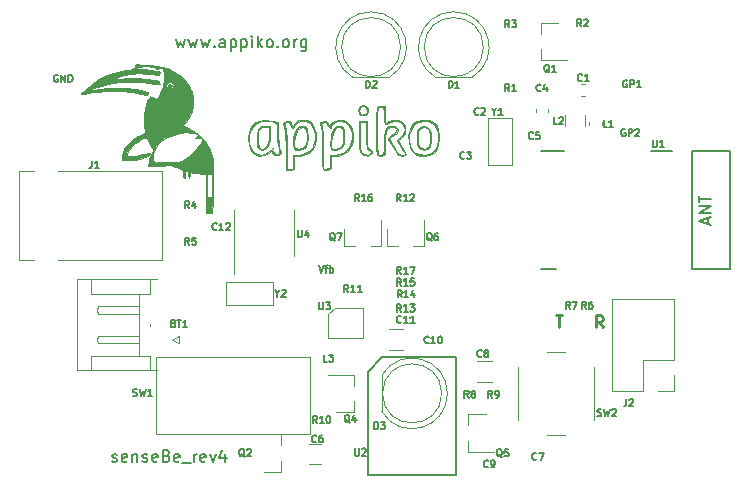
<source format=gto>
G04 #@! TF.GenerationSoftware,KiCad,Pcbnew,5.1.4-e60b266~84~ubuntu18.04.1*
G04 #@! TF.CreationDate,2019-11-19T15:13:30+05:30*
G04 #@! TF.ProjectId,senseBe_rev4_main,73656e73-6542-4655-9f72-6576345f6d61,rev?*
G04 #@! TF.SameCoordinates,Original*
G04 #@! TF.FileFunction,Legend,Top*
G04 #@! TF.FilePolarity,Positive*
%FSLAX46Y46*%
G04 Gerber Fmt 4.6, Leading zero omitted, Abs format (unit mm)*
G04 Created by KiCad (PCBNEW 5.1.4-e60b266~84~ubuntu18.04.1) date 2019-11-19 15:13:30*
%MOMM*%
%LPD*%
G04 APERTURE LIST*
%ADD10C,0.250000*%
%ADD11C,0.150000*%
%ADD12C,0.010000*%
%ADD13C,0.120000*%
G04 APERTURE END LIST*
D10*
X55214285Y-36452380D02*
X55785714Y-36452380D01*
X55500000Y-37452380D02*
X55500000Y-36452380D01*
X59209523Y-37452380D02*
X58876190Y-36976190D01*
X58638095Y-37452380D02*
X58638095Y-36452380D01*
X59019047Y-36452380D01*
X59114285Y-36500000D01*
X59161904Y-36547619D01*
X59209523Y-36642857D01*
X59209523Y-36785714D01*
X59161904Y-36880952D01*
X59114285Y-36928571D01*
X59019047Y-36976190D01*
X58638095Y-36976190D01*
D11*
X17666666Y-48804761D02*
X17761904Y-48852380D01*
X17952380Y-48852380D01*
X18047619Y-48804761D01*
X18095238Y-48709523D01*
X18095238Y-48661904D01*
X18047619Y-48566666D01*
X17952380Y-48519047D01*
X17809523Y-48519047D01*
X17714285Y-48471428D01*
X17666666Y-48376190D01*
X17666666Y-48328571D01*
X17714285Y-48233333D01*
X17809523Y-48185714D01*
X17952380Y-48185714D01*
X18047619Y-48233333D01*
X18904761Y-48804761D02*
X18809523Y-48852380D01*
X18619047Y-48852380D01*
X18523809Y-48804761D01*
X18476190Y-48709523D01*
X18476190Y-48328571D01*
X18523809Y-48233333D01*
X18619047Y-48185714D01*
X18809523Y-48185714D01*
X18904761Y-48233333D01*
X18952380Y-48328571D01*
X18952380Y-48423809D01*
X18476190Y-48519047D01*
X19380952Y-48185714D02*
X19380952Y-48852380D01*
X19380952Y-48280952D02*
X19428571Y-48233333D01*
X19523809Y-48185714D01*
X19666666Y-48185714D01*
X19761904Y-48233333D01*
X19809523Y-48328571D01*
X19809523Y-48852380D01*
X20238095Y-48804761D02*
X20333333Y-48852380D01*
X20523809Y-48852380D01*
X20619047Y-48804761D01*
X20666666Y-48709523D01*
X20666666Y-48661904D01*
X20619047Y-48566666D01*
X20523809Y-48519047D01*
X20380952Y-48519047D01*
X20285714Y-48471428D01*
X20238095Y-48376190D01*
X20238095Y-48328571D01*
X20285714Y-48233333D01*
X20380952Y-48185714D01*
X20523809Y-48185714D01*
X20619047Y-48233333D01*
X21476190Y-48804761D02*
X21380952Y-48852380D01*
X21190476Y-48852380D01*
X21095238Y-48804761D01*
X21047619Y-48709523D01*
X21047619Y-48328571D01*
X21095238Y-48233333D01*
X21190476Y-48185714D01*
X21380952Y-48185714D01*
X21476190Y-48233333D01*
X21523809Y-48328571D01*
X21523809Y-48423809D01*
X21047619Y-48519047D01*
X22285714Y-48328571D02*
X22428571Y-48376190D01*
X22476190Y-48423809D01*
X22523809Y-48519047D01*
X22523809Y-48661904D01*
X22476190Y-48757142D01*
X22428571Y-48804761D01*
X22333333Y-48852380D01*
X21952380Y-48852380D01*
X21952380Y-47852380D01*
X22285714Y-47852380D01*
X22380952Y-47900000D01*
X22428571Y-47947619D01*
X22476190Y-48042857D01*
X22476190Y-48138095D01*
X22428571Y-48233333D01*
X22380952Y-48280952D01*
X22285714Y-48328571D01*
X21952380Y-48328571D01*
X23333333Y-48804761D02*
X23238095Y-48852380D01*
X23047619Y-48852380D01*
X22952380Y-48804761D01*
X22904761Y-48709523D01*
X22904761Y-48328571D01*
X22952380Y-48233333D01*
X23047619Y-48185714D01*
X23238095Y-48185714D01*
X23333333Y-48233333D01*
X23380952Y-48328571D01*
X23380952Y-48423809D01*
X22904761Y-48519047D01*
X23571428Y-48947619D02*
X24333333Y-48947619D01*
X24571428Y-48852380D02*
X24571428Y-48185714D01*
X24571428Y-48376190D02*
X24619047Y-48280952D01*
X24666666Y-48233333D01*
X24761904Y-48185714D01*
X24857142Y-48185714D01*
X25571428Y-48804761D02*
X25476190Y-48852380D01*
X25285714Y-48852380D01*
X25190476Y-48804761D01*
X25142857Y-48709523D01*
X25142857Y-48328571D01*
X25190476Y-48233333D01*
X25285714Y-48185714D01*
X25476190Y-48185714D01*
X25571428Y-48233333D01*
X25619047Y-48328571D01*
X25619047Y-48423809D01*
X25142857Y-48519047D01*
X25952380Y-48185714D02*
X26190476Y-48852380D01*
X26428571Y-48185714D01*
X27238095Y-48185714D02*
X27238095Y-48852380D01*
X27000000Y-47804761D02*
X26761904Y-48519047D01*
X27380952Y-48519047D01*
X23078571Y-13085714D02*
X23269047Y-13752380D01*
X23459523Y-13276190D01*
X23649999Y-13752380D01*
X23840476Y-13085714D01*
X24126190Y-13085714D02*
X24316666Y-13752380D01*
X24507142Y-13276190D01*
X24697619Y-13752380D01*
X24888095Y-13085714D01*
X25173809Y-13085714D02*
X25364285Y-13752380D01*
X25554761Y-13276190D01*
X25745238Y-13752380D01*
X25935714Y-13085714D01*
X26316666Y-13657142D02*
X26364285Y-13704761D01*
X26316666Y-13752380D01*
X26269047Y-13704761D01*
X26316666Y-13657142D01*
X26316666Y-13752380D01*
X27221428Y-13752380D02*
X27221428Y-13228571D01*
X27173809Y-13133333D01*
X27078571Y-13085714D01*
X26888095Y-13085714D01*
X26792857Y-13133333D01*
X27221428Y-13704761D02*
X27126190Y-13752380D01*
X26888095Y-13752380D01*
X26792857Y-13704761D01*
X26745238Y-13609523D01*
X26745238Y-13514285D01*
X26792857Y-13419047D01*
X26888095Y-13371428D01*
X27126190Y-13371428D01*
X27221428Y-13323809D01*
X27697619Y-13085714D02*
X27697619Y-14085714D01*
X27697619Y-13133333D02*
X27792857Y-13085714D01*
X27983333Y-13085714D01*
X28078571Y-13133333D01*
X28126190Y-13180952D01*
X28173809Y-13276190D01*
X28173809Y-13561904D01*
X28126190Y-13657142D01*
X28078571Y-13704761D01*
X27983333Y-13752380D01*
X27792857Y-13752380D01*
X27697619Y-13704761D01*
X28602380Y-13085714D02*
X28602380Y-14085714D01*
X28602380Y-13133333D02*
X28697619Y-13085714D01*
X28888095Y-13085714D01*
X28983333Y-13133333D01*
X29030952Y-13180952D01*
X29078571Y-13276190D01*
X29078571Y-13561904D01*
X29030952Y-13657142D01*
X28983333Y-13704761D01*
X28888095Y-13752380D01*
X28697619Y-13752380D01*
X28602380Y-13704761D01*
X29507142Y-13752380D02*
X29507142Y-13085714D01*
X29507142Y-12752380D02*
X29459523Y-12800000D01*
X29507142Y-12847619D01*
X29554761Y-12800000D01*
X29507142Y-12752380D01*
X29507142Y-12847619D01*
X29983333Y-13752380D02*
X29983333Y-12752380D01*
X30078571Y-13371428D02*
X30364285Y-13752380D01*
X30364285Y-13085714D02*
X29983333Y-13466666D01*
X30935714Y-13752380D02*
X30840476Y-13704761D01*
X30792857Y-13657142D01*
X30745238Y-13561904D01*
X30745238Y-13276190D01*
X30792857Y-13180952D01*
X30840476Y-13133333D01*
X30935714Y-13085714D01*
X31078571Y-13085714D01*
X31173809Y-13133333D01*
X31221428Y-13180952D01*
X31269047Y-13276190D01*
X31269047Y-13561904D01*
X31221428Y-13657142D01*
X31173809Y-13704761D01*
X31078571Y-13752380D01*
X30935714Y-13752380D01*
X31697619Y-13657142D02*
X31745238Y-13704761D01*
X31697619Y-13752380D01*
X31649999Y-13704761D01*
X31697619Y-13657142D01*
X31697619Y-13752380D01*
X32316666Y-13752380D02*
X32221428Y-13704761D01*
X32173809Y-13657142D01*
X32126190Y-13561904D01*
X32126190Y-13276190D01*
X32173809Y-13180952D01*
X32221428Y-13133333D01*
X32316666Y-13085714D01*
X32459523Y-13085714D01*
X32554761Y-13133333D01*
X32602380Y-13180952D01*
X32649999Y-13276190D01*
X32649999Y-13561904D01*
X32602380Y-13657142D01*
X32554761Y-13704761D01*
X32459523Y-13752380D01*
X32316666Y-13752380D01*
X33078571Y-13752380D02*
X33078571Y-13085714D01*
X33078571Y-13276190D02*
X33126190Y-13180952D01*
X33173809Y-13133333D01*
X33269047Y-13085714D01*
X33364285Y-13085714D01*
X34126190Y-13085714D02*
X34126190Y-13895238D01*
X34078571Y-13990476D01*
X34030952Y-14038095D01*
X33935714Y-14085714D01*
X33792857Y-14085714D01*
X33697619Y-14038095D01*
X34126190Y-13704761D02*
X34030952Y-13752380D01*
X33840476Y-13752380D01*
X33745238Y-13704761D01*
X33697619Y-13657142D01*
X33650000Y-13561904D01*
X33650000Y-13276190D01*
X33697619Y-13180952D01*
X33745238Y-13133333D01*
X33840476Y-13085714D01*
X34030952Y-13085714D01*
X34126190Y-13133333D01*
D12*
G36*
X44339914Y-20458463D02*
G01*
X44542887Y-20652763D01*
X44654506Y-20981929D01*
X44676789Y-21450323D01*
X44656832Y-21721177D01*
X44599833Y-22074849D01*
X44501777Y-22290187D01*
X44338040Y-22397392D01*
X44083996Y-22426665D01*
X44081584Y-22426666D01*
X43832262Y-22397706D01*
X43671312Y-22287341D01*
X43608853Y-22203257D01*
X43510476Y-21959845D01*
X43466278Y-21597548D01*
X43465001Y-21534842D01*
X43538462Y-21534842D01*
X43580266Y-21868279D01*
X43670427Y-22119898D01*
X43708408Y-22172013D01*
X43929560Y-22311168D01*
X44179984Y-22320994D01*
X44399371Y-22207981D01*
X44488987Y-22088000D01*
X44578437Y-21793662D01*
X44601960Y-21440937D01*
X44565738Y-21083199D01*
X44475953Y-20773820D01*
X44338787Y-20566173D01*
X44310158Y-20544129D01*
X44079938Y-20481894D01*
X43833534Y-20550836D01*
X43704690Y-20653428D01*
X43600525Y-20866437D01*
X43545165Y-21180568D01*
X43538462Y-21534842D01*
X43465001Y-21534842D01*
X43462470Y-21410666D01*
X43493383Y-20952512D01*
X43591260Y-20639505D01*
X43763812Y-20458167D01*
X44018749Y-20395016D01*
X44043570Y-20394666D01*
X44339914Y-20458463D01*
X44339914Y-20458463D01*
G37*
X44339914Y-20458463D02*
X44542887Y-20652763D01*
X44654506Y-20981929D01*
X44676789Y-21450323D01*
X44656832Y-21721177D01*
X44599833Y-22074849D01*
X44501777Y-22290187D01*
X44338040Y-22397392D01*
X44083996Y-22426665D01*
X44081584Y-22426666D01*
X43832262Y-22397706D01*
X43671312Y-22287341D01*
X43608853Y-22203257D01*
X43510476Y-21959845D01*
X43466278Y-21597548D01*
X43465001Y-21534842D01*
X43538462Y-21534842D01*
X43580266Y-21868279D01*
X43670427Y-22119898D01*
X43708408Y-22172013D01*
X43929560Y-22311168D01*
X44179984Y-22320994D01*
X44399371Y-22207981D01*
X44488987Y-22088000D01*
X44578437Y-21793662D01*
X44601960Y-21440937D01*
X44565738Y-21083199D01*
X44475953Y-20773820D01*
X44338787Y-20566173D01*
X44310158Y-20544129D01*
X44079938Y-20481894D01*
X43833534Y-20550836D01*
X43704690Y-20653428D01*
X43600525Y-20866437D01*
X43545165Y-21180568D01*
X43538462Y-21534842D01*
X43465001Y-21534842D01*
X43462470Y-21410666D01*
X43493383Y-20952512D01*
X43591260Y-20639505D01*
X43763812Y-20458167D01*
X44018749Y-20395016D01*
X44043570Y-20394666D01*
X44339914Y-20458463D01*
G36*
X31305333Y-22299666D02*
G01*
X31263000Y-22342000D01*
X31220666Y-22299666D01*
X31263000Y-22257333D01*
X31305333Y-22299666D01*
X31305333Y-22299666D01*
G37*
X31305333Y-22299666D02*
X31263000Y-22342000D01*
X31220666Y-22299666D01*
X31263000Y-22257333D01*
X31305333Y-22299666D01*
G36*
X31038590Y-21150601D02*
G01*
X31014657Y-21551466D01*
X30974215Y-21826898D01*
X30908152Y-22020634D01*
X30831295Y-22145434D01*
X30618345Y-22333283D01*
X30369724Y-22413810D01*
X30139067Y-22377293D01*
X30028121Y-22291027D01*
X29951548Y-22103570D01*
X29910231Y-21805368D01*
X29903173Y-21451085D01*
X29903335Y-21448876D01*
X29993000Y-21448876D01*
X30024193Y-21890250D01*
X30114023Y-22187726D01*
X30256868Y-22336079D01*
X30447104Y-22330084D01*
X30679107Y-22164515D01*
X30719074Y-22123562D01*
X30823715Y-21990314D01*
X30889590Y-21832203D01*
X30928267Y-21603410D01*
X30951313Y-21258115D01*
X30954188Y-21192229D01*
X30984043Y-20479333D01*
X30649810Y-20479333D01*
X30358215Y-20515288D01*
X30162393Y-20637970D01*
X30047287Y-20869603D01*
X29997841Y-21232413D01*
X29993000Y-21448876D01*
X29903335Y-21448876D01*
X29929382Y-21095386D01*
X29987862Y-20792933D01*
X30058451Y-20624132D01*
X30173221Y-20484334D01*
X30318029Y-20416137D01*
X30554110Y-20395311D01*
X30638375Y-20394666D01*
X31068181Y-20394666D01*
X31038590Y-21150601D01*
X31038590Y-21150601D01*
G37*
X31038590Y-21150601D02*
X31014657Y-21551466D01*
X30974215Y-21826898D01*
X30908152Y-22020634D01*
X30831295Y-22145434D01*
X30618345Y-22333283D01*
X30369724Y-22413810D01*
X30139067Y-22377293D01*
X30028121Y-22291027D01*
X29951548Y-22103570D01*
X29910231Y-21805368D01*
X29903173Y-21451085D01*
X29903335Y-21448876D01*
X29993000Y-21448876D01*
X30024193Y-21890250D01*
X30114023Y-22187726D01*
X30256868Y-22336079D01*
X30447104Y-22330084D01*
X30679107Y-22164515D01*
X30719074Y-22123562D01*
X30823715Y-21990314D01*
X30889590Y-21832203D01*
X30928267Y-21603410D01*
X30951313Y-21258115D01*
X30954188Y-21192229D01*
X30984043Y-20479333D01*
X30649810Y-20479333D01*
X30358215Y-20515288D01*
X30162393Y-20637970D01*
X30047287Y-20869603D01*
X29997841Y-21232413D01*
X29993000Y-21448876D01*
X29903335Y-21448876D01*
X29929382Y-21095386D01*
X29987862Y-20792933D01*
X30058451Y-20624132D01*
X30173221Y-20484334D01*
X30318029Y-20416137D01*
X30554110Y-20395311D01*
X30638375Y-20394666D01*
X31068181Y-20394666D01*
X31038590Y-21150601D01*
G36*
X37046205Y-20423056D02*
G01*
X37195988Y-20518209D01*
X37286669Y-20719772D01*
X37331274Y-21051006D01*
X37341550Y-21334753D01*
X37318248Y-21786984D01*
X37222847Y-22100606D01*
X37041529Y-22295997D01*
X36760474Y-22393535D01*
X36612396Y-22410026D01*
X36370691Y-22417054D01*
X36245234Y-22381119D01*
X36184122Y-22279230D01*
X36165347Y-22211998D01*
X36145956Y-22010205D01*
X36214909Y-22010205D01*
X36244433Y-22209306D01*
X36366384Y-22320795D01*
X36575166Y-22346307D01*
X36815117Y-22291354D01*
X37030577Y-22161450D01*
X37064813Y-22128048D01*
X37173426Y-21989431D01*
X37233000Y-21830682D01*
X37256092Y-21598943D01*
X37256664Y-21320573D01*
X37236782Y-20988865D01*
X37193407Y-20728945D01*
X37141173Y-20598910D01*
X36960413Y-20493344D01*
X36743063Y-20522626D01*
X36534971Y-20673691D01*
X36444901Y-20797309D01*
X36351183Y-21033179D01*
X36275678Y-21355742D01*
X36227287Y-21702313D01*
X36214909Y-22010205D01*
X36145956Y-22010205D01*
X36135569Y-21902126D01*
X36162347Y-21510408D01*
X36235906Y-21110796D01*
X36346472Y-20777246D01*
X36358285Y-20752215D01*
X36485682Y-20540879D01*
X36635297Y-20442550D01*
X36824295Y-20411052D01*
X37046205Y-20423056D01*
X37046205Y-20423056D01*
G37*
X37046205Y-20423056D02*
X37195988Y-20518209D01*
X37286669Y-20719772D01*
X37331274Y-21051006D01*
X37341550Y-21334753D01*
X37318248Y-21786984D01*
X37222847Y-22100606D01*
X37041529Y-22295997D01*
X36760474Y-22393535D01*
X36612396Y-22410026D01*
X36370691Y-22417054D01*
X36245234Y-22381119D01*
X36184122Y-22279230D01*
X36165347Y-22211998D01*
X36145956Y-22010205D01*
X36214909Y-22010205D01*
X36244433Y-22209306D01*
X36366384Y-22320795D01*
X36575166Y-22346307D01*
X36815117Y-22291354D01*
X37030577Y-22161450D01*
X37064813Y-22128048D01*
X37173426Y-21989431D01*
X37233000Y-21830682D01*
X37256092Y-21598943D01*
X37256664Y-21320573D01*
X37236782Y-20988865D01*
X37193407Y-20728945D01*
X37141173Y-20598910D01*
X36960413Y-20493344D01*
X36743063Y-20522626D01*
X36534971Y-20673691D01*
X36444901Y-20797309D01*
X36351183Y-21033179D01*
X36275678Y-21355742D01*
X36227287Y-21702313D01*
X36214909Y-22010205D01*
X36145956Y-22010205D01*
X36135569Y-21902126D01*
X36162347Y-21510408D01*
X36235906Y-21110796D01*
X36346472Y-20777246D01*
X36358285Y-20752215D01*
X36485682Y-20540879D01*
X36635297Y-20442550D01*
X36824295Y-20411052D01*
X37046205Y-20423056D01*
G36*
X33907718Y-20417084D02*
G01*
X34050989Y-20498254D01*
X34145152Y-20684192D01*
X34213918Y-21004529D01*
X34225319Y-21078019D01*
X34238651Y-21449421D01*
X34182898Y-21824137D01*
X34071424Y-22139884D01*
X33964048Y-22295856D01*
X33780711Y-22386849D01*
X33496155Y-22426207D01*
X33459898Y-22426666D01*
X33222072Y-22414709D01*
X33099670Y-22360668D01*
X33039431Y-22237289D01*
X33031544Y-22207471D01*
X33012807Y-22010246D01*
X33082232Y-22010246D01*
X33111766Y-22209306D01*
X33231633Y-22313887D01*
X33440940Y-22344904D01*
X33678267Y-22305703D01*
X33882196Y-22199631D01*
X33918653Y-22165340D01*
X34050199Y-21956292D01*
X34137560Y-21699067D01*
X34138205Y-21695670D01*
X34162054Y-21399095D01*
X34140457Y-21076782D01*
X34082281Y-20787823D01*
X33996397Y-20591310D01*
X33967789Y-20560228D01*
X33762835Y-20485842D01*
X33539997Y-20554490D01*
X33341493Y-20750901D01*
X33312381Y-20797309D01*
X33218594Y-21033164D01*
X33143034Y-21355736D01*
X33094611Y-21702328D01*
X33082232Y-22010246D01*
X33012807Y-22010246D01*
X33002484Y-21901595D01*
X33029282Y-21513186D01*
X33102130Y-21115795D01*
X33211219Y-20782971D01*
X33225618Y-20752215D01*
X33353015Y-20540879D01*
X33502630Y-20442550D01*
X33691629Y-20411052D01*
X33907718Y-20417084D01*
X33907718Y-20417084D01*
G37*
X33907718Y-20417084D02*
X34050989Y-20498254D01*
X34145152Y-20684192D01*
X34213918Y-21004529D01*
X34225319Y-21078019D01*
X34238651Y-21449421D01*
X34182898Y-21824137D01*
X34071424Y-22139884D01*
X33964048Y-22295856D01*
X33780711Y-22386849D01*
X33496155Y-22426207D01*
X33459898Y-22426666D01*
X33222072Y-22414709D01*
X33099670Y-22360668D01*
X33039431Y-22237289D01*
X33031544Y-22207471D01*
X33012807Y-22010246D01*
X33082232Y-22010246D01*
X33111766Y-22209306D01*
X33231633Y-22313887D01*
X33440940Y-22344904D01*
X33678267Y-22305703D01*
X33882196Y-22199631D01*
X33918653Y-22165340D01*
X34050199Y-21956292D01*
X34137560Y-21699067D01*
X34138205Y-21695670D01*
X34162054Y-21399095D01*
X34140457Y-21076782D01*
X34082281Y-20787823D01*
X33996397Y-20591310D01*
X33967789Y-20560228D01*
X33762835Y-20485842D01*
X33539997Y-20554490D01*
X33341493Y-20750901D01*
X33312381Y-20797309D01*
X33218594Y-21033164D01*
X33143034Y-21355736D01*
X33094611Y-21702328D01*
X33082232Y-22010246D01*
X33012807Y-22010246D01*
X33002484Y-21901595D01*
X33029282Y-21513186D01*
X33102130Y-21115795D01*
X33211219Y-20782971D01*
X33225618Y-20752215D01*
X33353015Y-20540879D01*
X33502630Y-20442550D01*
X33691629Y-20411052D01*
X33907718Y-20417084D01*
G36*
X39173552Y-18742142D02*
G01*
X39325897Y-18918140D01*
X39357747Y-19154459D01*
X39283022Y-19350787D01*
X39129235Y-19461064D01*
X38900544Y-19507644D01*
X38684180Y-19475667D01*
X38650166Y-19458598D01*
X38539898Y-19307120D01*
X38506655Y-19089455D01*
X38610173Y-19089455D01*
X38642503Y-19291151D01*
X38672245Y-19337432D01*
X38809091Y-19447992D01*
X38972502Y-19435250D01*
X39100232Y-19375687D01*
X39237168Y-19229488D01*
X39254484Y-19043329D01*
X39176009Y-18867228D01*
X39025573Y-18751205D01*
X38827002Y-18745280D01*
X38803735Y-18753309D01*
X38670117Y-18882632D01*
X38610173Y-19089455D01*
X38506655Y-19089455D01*
X38504755Y-19077018D01*
X38552781Y-18845148D01*
X38580514Y-18793055D01*
X38712171Y-18708676D01*
X38923079Y-18673115D01*
X38925333Y-18673111D01*
X39173552Y-18742142D01*
X39173552Y-18742142D01*
G37*
X39173552Y-18742142D02*
X39325897Y-18918140D01*
X39357747Y-19154459D01*
X39283022Y-19350787D01*
X39129235Y-19461064D01*
X38900544Y-19507644D01*
X38684180Y-19475667D01*
X38650166Y-19458598D01*
X38539898Y-19307120D01*
X38506655Y-19089455D01*
X38610173Y-19089455D01*
X38642503Y-19291151D01*
X38672245Y-19337432D01*
X38809091Y-19447992D01*
X38972502Y-19435250D01*
X39100232Y-19375687D01*
X39237168Y-19229488D01*
X39254484Y-19043329D01*
X39176009Y-18867228D01*
X39025573Y-18751205D01*
X38827002Y-18745280D01*
X38803735Y-18753309D01*
X38670117Y-18882632D01*
X38610173Y-19089455D01*
X38506655Y-19089455D01*
X38504755Y-19077018D01*
X38552781Y-18845148D01*
X38580514Y-18793055D01*
X38712171Y-18708676D01*
X38923079Y-18673115D01*
X38925333Y-18673111D01*
X39173552Y-18742142D01*
G36*
X44509786Y-19932087D02*
G01*
X44877542Y-20072309D01*
X45136850Y-20334729D01*
X45293879Y-20726219D01*
X45354801Y-21253651D01*
X45355933Y-21386780D01*
X45302407Y-21943920D01*
X45146944Y-22368687D01*
X44883919Y-22667985D01*
X44507709Y-22848714D01*
X44112304Y-22913180D01*
X43746541Y-22913141D01*
X43467813Y-22848197D01*
X43328000Y-22782087D01*
X43062943Y-22546204D01*
X42877923Y-22199741D01*
X42773856Y-21781828D01*
X42766710Y-21636863D01*
X42835373Y-21636863D01*
X42918227Y-22059482D01*
X43095846Y-22421745D01*
X43357023Y-22675900D01*
X43717408Y-22816791D01*
X44130597Y-22841553D01*
X44525892Y-22749901D01*
X44662273Y-22681124D01*
X44975732Y-22424090D01*
X45171547Y-22093046D01*
X45263576Y-21658684D01*
X45275016Y-21385295D01*
X45241815Y-20905782D01*
X45131851Y-20547441D01*
X44930491Y-20273922D01*
X44776707Y-20147341D01*
X44452886Y-20007985D01*
X44060946Y-19970919D01*
X43667887Y-20036373D01*
X43428910Y-20142732D01*
X43144053Y-20406823D01*
X42949421Y-20770538D01*
X42846149Y-21193883D01*
X42835373Y-21636863D01*
X42766710Y-21636863D01*
X42751660Y-21331599D01*
X42812252Y-20888184D01*
X42956548Y-20490715D01*
X43185466Y-20178325D01*
X43265411Y-20111013D01*
X43535318Y-19981410D01*
X43927186Y-19914168D01*
X44027411Y-19907191D01*
X44509786Y-19932087D01*
X44509786Y-19932087D01*
G37*
X44509786Y-19932087D02*
X44877542Y-20072309D01*
X45136850Y-20334729D01*
X45293879Y-20726219D01*
X45354801Y-21253651D01*
X45355933Y-21386780D01*
X45302407Y-21943920D01*
X45146944Y-22368687D01*
X44883919Y-22667985D01*
X44507709Y-22848714D01*
X44112304Y-22913180D01*
X43746541Y-22913141D01*
X43467813Y-22848197D01*
X43328000Y-22782087D01*
X43062943Y-22546204D01*
X42877923Y-22199741D01*
X42773856Y-21781828D01*
X42766710Y-21636863D01*
X42835373Y-21636863D01*
X42918227Y-22059482D01*
X43095846Y-22421745D01*
X43357023Y-22675900D01*
X43717408Y-22816791D01*
X44130597Y-22841553D01*
X44525892Y-22749901D01*
X44662273Y-22681124D01*
X44975732Y-22424090D01*
X45171547Y-22093046D01*
X45263576Y-21658684D01*
X45275016Y-21385295D01*
X45241815Y-20905782D01*
X45131851Y-20547441D01*
X44930491Y-20273922D01*
X44776707Y-20147341D01*
X44452886Y-20007985D01*
X44060946Y-19970919D01*
X43667887Y-20036373D01*
X43428910Y-20142732D01*
X43144053Y-20406823D01*
X42949421Y-20770538D01*
X42846149Y-21193883D01*
X42835373Y-21636863D01*
X42766710Y-21636863D01*
X42751660Y-21331599D01*
X42812252Y-20888184D01*
X42956548Y-20490715D01*
X43185466Y-20178325D01*
X43265411Y-20111013D01*
X43535318Y-19981410D01*
X43927186Y-19914168D01*
X44027411Y-19907191D01*
X44509786Y-19932087D01*
G36*
X40682166Y-18691961D02*
G01*
X40737056Y-18753894D01*
X40770987Y-18940048D01*
X40786427Y-19268542D01*
X40788000Y-19469380D01*
X40790653Y-19828763D01*
X40802070Y-20044376D01*
X40827440Y-20141746D01*
X40871949Y-20146397D01*
X40917721Y-20107706D01*
X41140680Y-19980091D01*
X41462206Y-19909324D01*
X41817651Y-19907148D01*
X41931640Y-19923534D01*
X42234287Y-20057072D01*
X42431190Y-20314254D01*
X42510469Y-20677784D01*
X42511035Y-20767030D01*
X42478013Y-21016060D01*
X42368225Y-21207949D01*
X42201793Y-21369601D01*
X41901545Y-21629145D01*
X42240194Y-22161776D01*
X42398638Y-22435318D01*
X42503617Y-22664659D01*
X42535104Y-22805113D01*
X42532745Y-22814537D01*
X42419191Y-22903915D01*
X42216734Y-22931033D01*
X41994519Y-22894415D01*
X41862555Y-22828833D01*
X41750305Y-22704301D01*
X41593269Y-22480265D01*
X41417959Y-22201349D01*
X41250886Y-21912183D01*
X41118561Y-21657391D01*
X41047496Y-21481602D01*
X41042000Y-21447583D01*
X41111622Y-21339288D01*
X41282714Y-21220647D01*
X41317951Y-21202997D01*
X41582425Y-21033584D01*
X41733115Y-20844063D01*
X41750412Y-20664315D01*
X41713827Y-20599698D01*
X41524050Y-20488498D01*
X41282702Y-20496069D01*
X41050169Y-20614146D01*
X40963478Y-20702418D01*
X40885505Y-20820828D01*
X40834447Y-20963418D01*
X40804829Y-21166900D01*
X40791174Y-21467985D01*
X40788000Y-21878692D01*
X40784256Y-22304929D01*
X40770483Y-22590572D01*
X40742862Y-22764248D01*
X40697579Y-22854583D01*
X40654075Y-22883274D01*
X40353225Y-22924982D01*
X40131833Y-22878593D01*
X40096003Y-22822134D01*
X40068631Y-22674817D01*
X40048896Y-22420907D01*
X40035977Y-22044669D01*
X40029053Y-21530367D01*
X40027296Y-20874444D01*
X40029734Y-20410324D01*
X40110655Y-20410324D01*
X40110666Y-20801231D01*
X40113199Y-21357747D01*
X40120299Y-21856986D01*
X40131220Y-22274249D01*
X40145215Y-22584836D01*
X40161538Y-22764048D01*
X40170998Y-22797442D01*
X40292925Y-22834526D01*
X40446164Y-22832720D01*
X40536395Y-22817286D01*
X40598308Y-22776744D01*
X40638910Y-22682392D01*
X40665207Y-22505528D01*
X40684205Y-22217453D01*
X40702909Y-21789464D01*
X40703333Y-21779173D01*
X40733398Y-21260113D01*
X40781860Y-20887157D01*
X40860181Y-20637221D01*
X40979824Y-20487218D01*
X41152254Y-20414062D01*
X41388934Y-20394667D01*
X41390810Y-20394666D01*
X41658353Y-20451063D01*
X41811169Y-20595253D01*
X41848434Y-20789730D01*
X41769328Y-20996991D01*
X41573027Y-21179533D01*
X41409718Y-21257664D01*
X41222549Y-21340829D01*
X41129082Y-21412698D01*
X41126666Y-21421607D01*
X41167913Y-21525387D01*
X41274830Y-21728859D01*
X41422184Y-21988851D01*
X41584743Y-22262189D01*
X41737271Y-22505701D01*
X41854537Y-22676214D01*
X41874928Y-22701833D01*
X42001757Y-22783462D01*
X42186432Y-22839187D01*
X42364691Y-22858013D01*
X42472270Y-22828944D01*
X42481333Y-22805591D01*
X42439281Y-22717640D01*
X42328164Y-22525960D01*
X42170540Y-22269226D01*
X42142666Y-22224942D01*
X41978929Y-21955550D01*
X41858705Y-21738434D01*
X41804922Y-21615369D01*
X41804000Y-21607939D01*
X41866151Y-21509582D01*
X42019840Y-21368696D01*
X42062255Y-21336241D01*
X42331050Y-21061820D01*
X42439020Y-20760537D01*
X42388821Y-20460393D01*
X42188718Y-20173005D01*
X41897572Y-20008000D01*
X41549344Y-19973540D01*
X41177999Y-20077782D01*
X41060625Y-20141284D01*
X40909870Y-20226075D01*
X40809615Y-20245969D01*
X40748040Y-20178374D01*
X40713330Y-20000701D01*
X40693667Y-19690359D01*
X40683836Y-19421000D01*
X40669051Y-19084601D01*
X40646303Y-18884852D01*
X40605964Y-18789079D01*
X40538404Y-18764605D01*
X40491666Y-18768855D01*
X40370726Y-18788046D01*
X40278523Y-18818828D01*
X40211160Y-18881976D01*
X40164744Y-18998264D01*
X40135380Y-19188469D01*
X40119174Y-19473363D01*
X40112230Y-19873724D01*
X40110655Y-20410324D01*
X40029734Y-20410324D01*
X40030254Y-20311499D01*
X40037841Y-19803251D01*
X40049282Y-19374829D01*
X40063803Y-19051363D01*
X40080627Y-18857985D01*
X40090796Y-18815835D01*
X40225197Y-18734420D01*
X40462823Y-18690780D01*
X40682166Y-18691961D01*
X40682166Y-18691961D01*
G37*
X40682166Y-18691961D02*
X40737056Y-18753894D01*
X40770987Y-18940048D01*
X40786427Y-19268542D01*
X40788000Y-19469380D01*
X40790653Y-19828763D01*
X40802070Y-20044376D01*
X40827440Y-20141746D01*
X40871949Y-20146397D01*
X40917721Y-20107706D01*
X41140680Y-19980091D01*
X41462206Y-19909324D01*
X41817651Y-19907148D01*
X41931640Y-19923534D01*
X42234287Y-20057072D01*
X42431190Y-20314254D01*
X42510469Y-20677784D01*
X42511035Y-20767030D01*
X42478013Y-21016060D01*
X42368225Y-21207949D01*
X42201793Y-21369601D01*
X41901545Y-21629145D01*
X42240194Y-22161776D01*
X42398638Y-22435318D01*
X42503617Y-22664659D01*
X42535104Y-22805113D01*
X42532745Y-22814537D01*
X42419191Y-22903915D01*
X42216734Y-22931033D01*
X41994519Y-22894415D01*
X41862555Y-22828833D01*
X41750305Y-22704301D01*
X41593269Y-22480265D01*
X41417959Y-22201349D01*
X41250886Y-21912183D01*
X41118561Y-21657391D01*
X41047496Y-21481602D01*
X41042000Y-21447583D01*
X41111622Y-21339288D01*
X41282714Y-21220647D01*
X41317951Y-21202997D01*
X41582425Y-21033584D01*
X41733115Y-20844063D01*
X41750412Y-20664315D01*
X41713827Y-20599698D01*
X41524050Y-20488498D01*
X41282702Y-20496069D01*
X41050169Y-20614146D01*
X40963478Y-20702418D01*
X40885505Y-20820828D01*
X40834447Y-20963418D01*
X40804829Y-21166900D01*
X40791174Y-21467985D01*
X40788000Y-21878692D01*
X40784256Y-22304929D01*
X40770483Y-22590572D01*
X40742862Y-22764248D01*
X40697579Y-22854583D01*
X40654075Y-22883274D01*
X40353225Y-22924982D01*
X40131833Y-22878593D01*
X40096003Y-22822134D01*
X40068631Y-22674817D01*
X40048896Y-22420907D01*
X40035977Y-22044669D01*
X40029053Y-21530367D01*
X40027296Y-20874444D01*
X40029734Y-20410324D01*
X40110655Y-20410324D01*
X40110666Y-20801231D01*
X40113199Y-21357747D01*
X40120299Y-21856986D01*
X40131220Y-22274249D01*
X40145215Y-22584836D01*
X40161538Y-22764048D01*
X40170998Y-22797442D01*
X40292925Y-22834526D01*
X40446164Y-22832720D01*
X40536395Y-22817286D01*
X40598308Y-22776744D01*
X40638910Y-22682392D01*
X40665207Y-22505528D01*
X40684205Y-22217453D01*
X40702909Y-21789464D01*
X40703333Y-21779173D01*
X40733398Y-21260113D01*
X40781860Y-20887157D01*
X40860181Y-20637221D01*
X40979824Y-20487218D01*
X41152254Y-20414062D01*
X41388934Y-20394667D01*
X41390810Y-20394666D01*
X41658353Y-20451063D01*
X41811169Y-20595253D01*
X41848434Y-20789730D01*
X41769328Y-20996991D01*
X41573027Y-21179533D01*
X41409718Y-21257664D01*
X41222549Y-21340829D01*
X41129082Y-21412698D01*
X41126666Y-21421607D01*
X41167913Y-21525387D01*
X41274830Y-21728859D01*
X41422184Y-21988851D01*
X41584743Y-22262189D01*
X41737271Y-22505701D01*
X41854537Y-22676214D01*
X41874928Y-22701833D01*
X42001757Y-22783462D01*
X42186432Y-22839187D01*
X42364691Y-22858013D01*
X42472270Y-22828944D01*
X42481333Y-22805591D01*
X42439281Y-22717640D01*
X42328164Y-22525960D01*
X42170540Y-22269226D01*
X42142666Y-22224942D01*
X41978929Y-21955550D01*
X41858705Y-21738434D01*
X41804922Y-21615369D01*
X41804000Y-21607939D01*
X41866151Y-21509582D01*
X42019840Y-21368696D01*
X42062255Y-21336241D01*
X42331050Y-21061820D01*
X42439020Y-20760537D01*
X42388821Y-20460393D01*
X42188718Y-20173005D01*
X41897572Y-20008000D01*
X41549344Y-19973540D01*
X41177999Y-20077782D01*
X41060625Y-20141284D01*
X40909870Y-20226075D01*
X40809615Y-20245969D01*
X40748040Y-20178374D01*
X40713330Y-20000701D01*
X40693667Y-19690359D01*
X40683836Y-19421000D01*
X40669051Y-19084601D01*
X40646303Y-18884852D01*
X40605964Y-18789079D01*
X40538404Y-18764605D01*
X40491666Y-18768855D01*
X40370726Y-18788046D01*
X40278523Y-18818828D01*
X40211160Y-18881976D01*
X40164744Y-18998264D01*
X40135380Y-19188469D01*
X40119174Y-19473363D01*
X40112230Y-19873724D01*
X40110655Y-20410324D01*
X40029734Y-20410324D01*
X40030254Y-20311499D01*
X40037841Y-19803251D01*
X40049282Y-19374829D01*
X40063803Y-19051363D01*
X40080627Y-18857985D01*
X40090796Y-18815835D01*
X40225197Y-18734420D01*
X40462823Y-18690780D01*
X40682166Y-18691961D01*
G36*
X39264000Y-21122259D02*
G01*
X39265717Y-21585675D01*
X39273333Y-21907064D01*
X39290542Y-22113718D01*
X39321037Y-22232929D01*
X39368514Y-22291990D01*
X39425505Y-22315420D01*
X39583826Y-22428961D01*
X39633564Y-22613746D01*
X39557151Y-22798227D01*
X39546748Y-22809156D01*
X39327092Y-22918665D01*
X39050414Y-22903090D01*
X38883000Y-22833494D01*
X38720400Y-22717891D01*
X38651463Y-22645569D01*
X38629740Y-22532526D01*
X38611149Y-22282002D01*
X38597151Y-21925838D01*
X38589207Y-21495878D01*
X38587963Y-21262500D01*
X38586752Y-20056000D01*
X38671333Y-20056000D01*
X38671333Y-21280368D01*
X38672874Y-21762157D01*
X38680111Y-22104184D01*
X38696966Y-22336008D01*
X38727359Y-22487190D01*
X38775211Y-22587292D01*
X38844444Y-22665874D01*
X38856631Y-22677368D01*
X39092292Y-22818985D01*
X39331394Y-22838933D01*
X39494450Y-22755016D01*
X39552398Y-22611157D01*
X39501276Y-22475378D01*
X39391000Y-22426666D01*
X39309358Y-22402742D01*
X39251191Y-22315698D01*
X39212821Y-22142625D01*
X39190573Y-21860615D01*
X39180771Y-21446759D01*
X39179333Y-21107408D01*
X39179333Y-20056000D01*
X38671333Y-20056000D01*
X38586752Y-20056000D01*
X38586666Y-19971333D01*
X39264000Y-19971333D01*
X39264000Y-21122259D01*
X39264000Y-21122259D01*
G37*
X39264000Y-21122259D02*
X39265717Y-21585675D01*
X39273333Y-21907064D01*
X39290542Y-22113718D01*
X39321037Y-22232929D01*
X39368514Y-22291990D01*
X39425505Y-22315420D01*
X39583826Y-22428961D01*
X39633564Y-22613746D01*
X39557151Y-22798227D01*
X39546748Y-22809156D01*
X39327092Y-22918665D01*
X39050414Y-22903090D01*
X38883000Y-22833494D01*
X38720400Y-22717891D01*
X38651463Y-22645569D01*
X38629740Y-22532526D01*
X38611149Y-22282002D01*
X38597151Y-21925838D01*
X38589207Y-21495878D01*
X38587963Y-21262500D01*
X38586752Y-20056000D01*
X38671333Y-20056000D01*
X38671333Y-21280368D01*
X38672874Y-21762157D01*
X38680111Y-22104184D01*
X38696966Y-22336008D01*
X38727359Y-22487190D01*
X38775211Y-22587292D01*
X38844444Y-22665874D01*
X38856631Y-22677368D01*
X39092292Y-22818985D01*
X39331394Y-22838933D01*
X39494450Y-22755016D01*
X39552398Y-22611157D01*
X39501276Y-22475378D01*
X39391000Y-22426666D01*
X39309358Y-22402742D01*
X39251191Y-22315698D01*
X39212821Y-22142625D01*
X39190573Y-21860615D01*
X39180771Y-21446759D01*
X39179333Y-21107408D01*
X39179333Y-20056000D01*
X38671333Y-20056000D01*
X38586752Y-20056000D01*
X38586666Y-19971333D01*
X39264000Y-19971333D01*
X39264000Y-21122259D01*
G36*
X31239735Y-19965652D02*
G01*
X31301165Y-19978349D01*
X31728666Y-20070031D01*
X31730686Y-20930849D01*
X31739810Y-21422143D01*
X31769942Y-21807442D01*
X31829201Y-22149593D01*
X31925707Y-22511442D01*
X31941682Y-22564087D01*
X31950762Y-22697253D01*
X31850652Y-22787486D01*
X31715392Y-22841940D01*
X31487575Y-22885938D01*
X31329651Y-22809474D01*
X31198395Y-22589728D01*
X31186705Y-22562826D01*
X31113199Y-22536996D01*
X31028585Y-22613838D01*
X30786497Y-22795608D01*
X30453462Y-22903983D01*
X30097583Y-22923687D01*
X29866000Y-22874601D01*
X29566541Y-22677254D01*
X29347947Y-22345827D01*
X29219759Y-21899818D01*
X29188666Y-21490505D01*
X29190871Y-21469725D01*
X29273333Y-21469725D01*
X29294735Y-21825512D01*
X29351409Y-22126862D01*
X29398641Y-22254062D01*
X29642009Y-22580143D01*
X29952624Y-22782187D01*
X30296341Y-22846658D01*
X30639014Y-22760025D01*
X30654732Y-22751896D01*
X30848749Y-22609800D01*
X30947816Y-22501443D01*
X31083725Y-22404631D01*
X31225641Y-22416194D01*
X31303501Y-22526155D01*
X31305333Y-22552358D01*
X31375017Y-22713449D01*
X31544499Y-22784889D01*
X31696829Y-22762258D01*
X31797387Y-22713156D01*
X31836170Y-22635978D01*
X31818909Y-22484105D01*
X31760329Y-22245557D01*
X31707765Y-21953957D01*
X31667561Y-21561573D01*
X31646000Y-21136844D01*
X31644000Y-20977940D01*
X31641992Y-20576898D01*
X31617586Y-20313228D01*
X31543209Y-20155047D01*
X31391287Y-20070472D01*
X31134247Y-20027619D01*
X30797333Y-19998952D01*
X30477486Y-19981854D01*
X30261093Y-20002409D01*
X30084257Y-20072441D01*
X29952681Y-20155257D01*
X29591557Y-20466238D01*
X29374228Y-20824162D01*
X29280632Y-21267850D01*
X29273333Y-21469725D01*
X29190871Y-21469725D01*
X29248623Y-20925540D01*
X29426107Y-20481488D01*
X29717539Y-20160912D01*
X30119341Y-19966372D01*
X30627932Y-19900432D01*
X31239735Y-19965652D01*
X31239735Y-19965652D01*
G37*
X31239735Y-19965652D02*
X31301165Y-19978349D01*
X31728666Y-20070031D01*
X31730686Y-20930849D01*
X31739810Y-21422143D01*
X31769942Y-21807442D01*
X31829201Y-22149593D01*
X31925707Y-22511442D01*
X31941682Y-22564087D01*
X31950762Y-22697253D01*
X31850652Y-22787486D01*
X31715392Y-22841940D01*
X31487575Y-22885938D01*
X31329651Y-22809474D01*
X31198395Y-22589728D01*
X31186705Y-22562826D01*
X31113199Y-22536996D01*
X31028585Y-22613838D01*
X30786497Y-22795608D01*
X30453462Y-22903983D01*
X30097583Y-22923687D01*
X29866000Y-22874601D01*
X29566541Y-22677254D01*
X29347947Y-22345827D01*
X29219759Y-21899818D01*
X29188666Y-21490505D01*
X29190871Y-21469725D01*
X29273333Y-21469725D01*
X29294735Y-21825512D01*
X29351409Y-22126862D01*
X29398641Y-22254062D01*
X29642009Y-22580143D01*
X29952624Y-22782187D01*
X30296341Y-22846658D01*
X30639014Y-22760025D01*
X30654732Y-22751896D01*
X30848749Y-22609800D01*
X30947816Y-22501443D01*
X31083725Y-22404631D01*
X31225641Y-22416194D01*
X31303501Y-22526155D01*
X31305333Y-22552358D01*
X31375017Y-22713449D01*
X31544499Y-22784889D01*
X31696829Y-22762258D01*
X31797387Y-22713156D01*
X31836170Y-22635978D01*
X31818909Y-22484105D01*
X31760329Y-22245557D01*
X31707765Y-21953957D01*
X31667561Y-21561573D01*
X31646000Y-21136844D01*
X31644000Y-20977940D01*
X31641992Y-20576898D01*
X31617586Y-20313228D01*
X31543209Y-20155047D01*
X31391287Y-20070472D01*
X31134247Y-20027619D01*
X30797333Y-19998952D01*
X30477486Y-19981854D01*
X30261093Y-20002409D01*
X30084257Y-20072441D01*
X29952681Y-20155257D01*
X29591557Y-20466238D01*
X29374228Y-20824162D01*
X29280632Y-21267850D01*
X29273333Y-21469725D01*
X29190871Y-21469725D01*
X29248623Y-20925540D01*
X29426107Y-20481488D01*
X29717539Y-20160912D01*
X30119341Y-19966372D01*
X30627932Y-19900432D01*
X31239735Y-19965652D01*
G36*
X37213637Y-19919334D02*
G01*
X37540455Y-20044541D01*
X37790051Y-20294522D01*
X37961450Y-20656601D01*
X38048751Y-21089756D01*
X38046054Y-21552959D01*
X37947457Y-22005188D01*
X37854293Y-22226405D01*
X37608168Y-22538578D01*
X37248683Y-22776559D01*
X36825225Y-22912918D01*
X36579060Y-22934666D01*
X36216000Y-22934666D01*
X36216000Y-23475941D01*
X36205268Y-23793653D01*
X36167867Y-23977634D01*
X36095992Y-24062430D01*
X36082075Y-24068608D01*
X35873797Y-24113002D01*
X35656133Y-24112081D01*
X35513685Y-24066593D01*
X35510444Y-24063555D01*
X35492788Y-23964957D01*
X35477390Y-23724291D01*
X35465177Y-23368816D01*
X35457073Y-22925791D01*
X35454004Y-22422476D01*
X35454000Y-22401211D01*
X35448383Y-21783107D01*
X35432332Y-21252427D01*
X35407045Y-20832767D01*
X35373721Y-20547722D01*
X35355768Y-20467443D01*
X35294735Y-20231856D01*
X35296685Y-20219274D01*
X35393073Y-20219274D01*
X35407266Y-20371598D01*
X35442547Y-20482875D01*
X35478388Y-20676637D01*
X35506795Y-21019474D01*
X35526758Y-21491246D01*
X35537269Y-22071817D01*
X35538666Y-22402331D01*
X35538666Y-24046062D01*
X36089000Y-23993000D01*
X36139070Y-22850000D01*
X36524572Y-22850000D01*
X36840316Y-22817284D01*
X37143334Y-22736063D01*
X37205593Y-22709767D01*
X37533734Y-22478846D01*
X37769229Y-22161737D01*
X37914742Y-21787571D01*
X37972936Y-21385478D01*
X37946475Y-20984591D01*
X37838023Y-20614041D01*
X37650244Y-20302958D01*
X37385801Y-20080473D01*
X37047360Y-19975719D01*
X36955181Y-19971333D01*
X36700278Y-20018942D01*
X36456377Y-20138872D01*
X36277289Y-20296775D01*
X36216000Y-20443145D01*
X36174845Y-20541956D01*
X36077197Y-20519869D01*
X35961781Y-20396012D01*
X35903602Y-20288833D01*
X35769835Y-20098486D01*
X35598531Y-20070201D01*
X35463714Y-20132871D01*
X35393073Y-20219274D01*
X35296685Y-20219274D01*
X35314161Y-20106565D01*
X35441386Y-20041080D01*
X35606548Y-20004323D01*
X35800703Y-19985987D01*
X35904914Y-20058653D01*
X35959999Y-20177738D01*
X36046249Y-20404593D01*
X36241940Y-20177090D01*
X36503480Y-19991077D01*
X36847338Y-19903121D01*
X37213637Y-19919334D01*
X37213637Y-19919334D01*
G37*
X37213637Y-19919334D02*
X37540455Y-20044541D01*
X37790051Y-20294522D01*
X37961450Y-20656601D01*
X38048751Y-21089756D01*
X38046054Y-21552959D01*
X37947457Y-22005188D01*
X37854293Y-22226405D01*
X37608168Y-22538578D01*
X37248683Y-22776559D01*
X36825225Y-22912918D01*
X36579060Y-22934666D01*
X36216000Y-22934666D01*
X36216000Y-23475941D01*
X36205268Y-23793653D01*
X36167867Y-23977634D01*
X36095992Y-24062430D01*
X36082075Y-24068608D01*
X35873797Y-24113002D01*
X35656133Y-24112081D01*
X35513685Y-24066593D01*
X35510444Y-24063555D01*
X35492788Y-23964957D01*
X35477390Y-23724291D01*
X35465177Y-23368816D01*
X35457073Y-22925791D01*
X35454004Y-22422476D01*
X35454000Y-22401211D01*
X35448383Y-21783107D01*
X35432332Y-21252427D01*
X35407045Y-20832767D01*
X35373721Y-20547722D01*
X35355768Y-20467443D01*
X35294735Y-20231856D01*
X35296685Y-20219274D01*
X35393073Y-20219274D01*
X35407266Y-20371598D01*
X35442547Y-20482875D01*
X35478388Y-20676637D01*
X35506795Y-21019474D01*
X35526758Y-21491246D01*
X35537269Y-22071817D01*
X35538666Y-22402331D01*
X35538666Y-24046062D01*
X36089000Y-23993000D01*
X36139070Y-22850000D01*
X36524572Y-22850000D01*
X36840316Y-22817284D01*
X37143334Y-22736063D01*
X37205593Y-22709767D01*
X37533734Y-22478846D01*
X37769229Y-22161737D01*
X37914742Y-21787571D01*
X37972936Y-21385478D01*
X37946475Y-20984591D01*
X37838023Y-20614041D01*
X37650244Y-20302958D01*
X37385801Y-20080473D01*
X37047360Y-19975719D01*
X36955181Y-19971333D01*
X36700278Y-20018942D01*
X36456377Y-20138872D01*
X36277289Y-20296775D01*
X36216000Y-20443145D01*
X36174845Y-20541956D01*
X36077197Y-20519869D01*
X35961781Y-20396012D01*
X35903602Y-20288833D01*
X35769835Y-20098486D01*
X35598531Y-20070201D01*
X35463714Y-20132871D01*
X35393073Y-20219274D01*
X35296685Y-20219274D01*
X35314161Y-20106565D01*
X35441386Y-20041080D01*
X35606548Y-20004323D01*
X35800703Y-19985987D01*
X35904914Y-20058653D01*
X35959999Y-20177738D01*
X36046249Y-20404593D01*
X36241940Y-20177090D01*
X36503480Y-19991077D01*
X36847338Y-19903121D01*
X37213637Y-19919334D01*
G36*
X34203057Y-19944874D02*
G01*
X34489623Y-20088619D01*
X34577243Y-20172266D01*
X34799530Y-20545163D01*
X34915913Y-20992238D01*
X34929693Y-21469854D01*
X34844172Y-21934375D01*
X34662652Y-22342165D01*
X34389902Y-22648469D01*
X34102113Y-22809092D01*
X33732292Y-22896601D01*
X33597947Y-22911521D01*
X33090548Y-22957530D01*
X33041000Y-24077666D01*
X32734404Y-24103294D01*
X32427809Y-24128921D01*
X32382476Y-22452294D01*
X32360644Y-21839233D01*
X32331254Y-21305597D01*
X32296179Y-20875940D01*
X32257292Y-20574818D01*
X32230388Y-20458238D01*
X32163229Y-20227318D01*
X32169845Y-20186464D01*
X32270397Y-20186464D01*
X32274912Y-20339328D01*
X32376101Y-20818337D01*
X32445476Y-21457711D01*
X32482506Y-22251398D01*
X32488964Y-22786500D01*
X32490666Y-24035333D01*
X32998666Y-24035333D01*
X32998666Y-22870352D01*
X33491036Y-22834737D01*
X33985635Y-22736120D01*
X34366143Y-22516053D01*
X34643081Y-22167743D01*
X34700006Y-22054042D01*
X34844783Y-21563304D01*
X34849239Y-21070812D01*
X34718188Y-20615715D01*
X34479601Y-20261075D01*
X34266537Y-20069418D01*
X34061600Y-19985721D01*
X33867920Y-19971333D01*
X33585357Y-20017032D01*
X33327288Y-20134102D01*
X33143667Y-20292501D01*
X33083333Y-20443145D01*
X33015425Y-20550030D01*
X32956333Y-20564000D01*
X32851291Y-20494107D01*
X32829333Y-20405033D01*
X32758486Y-20200976D01*
X32583072Y-20091463D01*
X32402322Y-20099500D01*
X32270397Y-20186464D01*
X32169845Y-20186464D01*
X32183138Y-20104386D01*
X32317725Y-20038879D01*
X32478797Y-20003340D01*
X32673625Y-19983419D01*
X32779331Y-20055564D01*
X32848777Y-20208185D01*
X32919157Y-20377468D01*
X32968214Y-20401979D01*
X33031971Y-20296274D01*
X33037822Y-20284562D01*
X33231380Y-20069777D01*
X33523638Y-19939122D01*
X33864296Y-19896264D01*
X34203057Y-19944874D01*
X34203057Y-19944874D01*
G37*
X34203057Y-19944874D02*
X34489623Y-20088619D01*
X34577243Y-20172266D01*
X34799530Y-20545163D01*
X34915913Y-20992238D01*
X34929693Y-21469854D01*
X34844172Y-21934375D01*
X34662652Y-22342165D01*
X34389902Y-22648469D01*
X34102113Y-22809092D01*
X33732292Y-22896601D01*
X33597947Y-22911521D01*
X33090548Y-22957530D01*
X33041000Y-24077666D01*
X32734404Y-24103294D01*
X32427809Y-24128921D01*
X32382476Y-22452294D01*
X32360644Y-21839233D01*
X32331254Y-21305597D01*
X32296179Y-20875940D01*
X32257292Y-20574818D01*
X32230388Y-20458238D01*
X32163229Y-20227318D01*
X32169845Y-20186464D01*
X32270397Y-20186464D01*
X32274912Y-20339328D01*
X32376101Y-20818337D01*
X32445476Y-21457711D01*
X32482506Y-22251398D01*
X32488964Y-22786500D01*
X32490666Y-24035333D01*
X32998666Y-24035333D01*
X32998666Y-22870352D01*
X33491036Y-22834737D01*
X33985635Y-22736120D01*
X34366143Y-22516053D01*
X34643081Y-22167743D01*
X34700006Y-22054042D01*
X34844783Y-21563304D01*
X34849239Y-21070812D01*
X34718188Y-20615715D01*
X34479601Y-20261075D01*
X34266537Y-20069418D01*
X34061600Y-19985721D01*
X33867920Y-19971333D01*
X33585357Y-20017032D01*
X33327288Y-20134102D01*
X33143667Y-20292501D01*
X33083333Y-20443145D01*
X33015425Y-20550030D01*
X32956333Y-20564000D01*
X32851291Y-20494107D01*
X32829333Y-20405033D01*
X32758486Y-20200976D01*
X32583072Y-20091463D01*
X32402322Y-20099500D01*
X32270397Y-20186464D01*
X32169845Y-20186464D01*
X32183138Y-20104386D01*
X32317725Y-20038879D01*
X32478797Y-20003340D01*
X32673625Y-19983419D01*
X32779331Y-20055564D01*
X32848777Y-20208185D01*
X32919157Y-20377468D01*
X32968214Y-20401979D01*
X33031971Y-20296274D01*
X33037822Y-20284562D01*
X33231380Y-20069777D01*
X33523638Y-19939122D01*
X33864296Y-19896264D01*
X34203057Y-19944874D01*
G36*
X19973348Y-15196466D02*
G01*
X20046362Y-15213616D01*
X20055715Y-15223806D01*
X20097979Y-15237710D01*
X20212429Y-15248991D01*
X20380547Y-15256331D01*
X20543304Y-15258484D01*
X20973730Y-15279364D01*
X21429996Y-15337289D01*
X21883289Y-15426592D01*
X22304796Y-15541601D01*
X22663444Y-15675641D01*
X23090790Y-15902828D01*
X23485341Y-16184719D01*
X23823935Y-16503689D01*
X23954606Y-16658125D01*
X24096427Y-16848131D01*
X24202953Y-17014901D01*
X24292050Y-17190244D01*
X24381583Y-17405973D01*
X24396858Y-17445619D01*
X24444028Y-17577158D01*
X24476530Y-17695599D01*
X24497020Y-17821019D01*
X24508152Y-17973497D01*
X24512580Y-18173112D01*
X24513124Y-18325000D01*
X24511451Y-18562942D01*
X24504668Y-18741593D01*
X24490130Y-18881010D01*
X24465192Y-19001248D01*
X24427209Y-19122362D01*
X24397306Y-19203145D01*
X24293153Y-19455429D01*
X24187050Y-19661142D01*
X24060175Y-19851702D01*
X23893703Y-20058529D01*
X23864424Y-20092585D01*
X23761434Y-20214388D01*
X23685742Y-20309204D01*
X23649249Y-20361904D01*
X23648046Y-20367686D01*
X23693191Y-20387527D01*
X23797790Y-20430233D01*
X23928166Y-20482188D01*
X24287096Y-20653850D01*
X24652805Y-20882572D01*
X25001626Y-21150645D01*
X25309895Y-21440357D01*
X25495579Y-21655147D01*
X25777185Y-22065429D01*
X25985718Y-22482756D01*
X26135259Y-22936197D01*
X26155502Y-23017599D01*
X26176351Y-23150805D01*
X26193676Y-23356211D01*
X26207404Y-23626701D01*
X26217465Y-23955159D01*
X26223784Y-24334467D01*
X26226289Y-24757508D01*
X26224909Y-25217167D01*
X26219571Y-25706326D01*
X26210202Y-26217868D01*
X26196731Y-26744678D01*
X26194246Y-26828046D01*
X26164403Y-27810312D01*
X25649169Y-27810312D01*
X25619326Y-26828046D01*
X25610446Y-26504944D01*
X25602609Y-26160789D01*
X25596233Y-25818838D01*
X25591735Y-25502343D01*
X25589535Y-25234560D01*
X25589384Y-25163603D01*
X25589286Y-24481426D01*
X25396518Y-24460940D01*
X25258399Y-24446303D01*
X25169209Y-24436875D01*
X25680000Y-24436875D01*
X25680000Y-26460937D01*
X26133572Y-26460937D01*
X26133572Y-24436875D01*
X25680000Y-24436875D01*
X25169209Y-24436875D01*
X25067096Y-24426081D01*
X24859488Y-24404171D01*
X24818215Y-24399820D01*
X24627959Y-24378101D01*
X24462222Y-24356202D01*
X24349594Y-24337990D01*
X24330625Y-24333870D01*
X24276211Y-24324814D01*
X24245659Y-24342346D01*
X24232098Y-24402443D01*
X24228658Y-24521080D01*
X24228572Y-24571152D01*
X24222265Y-24707776D01*
X24205510Y-24801522D01*
X24183215Y-24833750D01*
X24159864Y-24797090D01*
X24143758Y-24699044D01*
X24137858Y-24559819D01*
X24136157Y-24415402D01*
X24124979Y-24330102D01*
X24095210Y-24283661D01*
X24037737Y-24255822D01*
X23995018Y-24242319D01*
X23893567Y-24212678D01*
X23837906Y-24198877D01*
X23836268Y-24198750D01*
X23828879Y-24235304D01*
X23823315Y-24332446D01*
X23820517Y-24471390D01*
X23820358Y-24516250D01*
X23817153Y-24679156D01*
X23805526Y-24776922D01*
X23782457Y-24823642D01*
X23752322Y-24833750D01*
X23718225Y-24819297D01*
X23697394Y-24766705D01*
X23687018Y-24662118D01*
X23684286Y-24498315D01*
X23684286Y-24162880D01*
X23298149Y-24004549D01*
X23108912Y-23923693D01*
X22934782Y-23843587D01*
X22803972Y-23777412D01*
X22770091Y-23757793D01*
X22675211Y-23705537D01*
X22593655Y-23689354D01*
X22484559Y-23704857D01*
X22419175Y-23720132D01*
X22262846Y-23746478D01*
X22042297Y-23768691D01*
X21783954Y-23785629D01*
X21514246Y-23796149D01*
X21259602Y-23799109D01*
X21046450Y-23793367D01*
X20939920Y-23784071D01*
X20724295Y-23755778D01*
X20754523Y-23497614D01*
X20786038Y-23320725D01*
X20835087Y-23139298D01*
X20847273Y-23106133D01*
X21162090Y-23106133D01*
X21168501Y-23275749D01*
X21179050Y-23382574D01*
X21198954Y-23443183D01*
X21233429Y-23474154D01*
X21283160Y-23490894D01*
X21406416Y-23505736D01*
X21549840Y-23501503D01*
X21552500Y-23501199D01*
X21649112Y-23493945D01*
X21818148Y-23485338D01*
X22041352Y-23476141D01*
X22300466Y-23467119D01*
X22527679Y-23460368D01*
X22821378Y-23451741D01*
X23040088Y-23442997D01*
X23199510Y-23432211D01*
X23315348Y-23417461D01*
X23403301Y-23396821D01*
X23479073Y-23368367D01*
X23548215Y-23335301D01*
X24060132Y-23035917D01*
X24501495Y-22687553D01*
X24875886Y-22286964D01*
X25159399Y-21877665D01*
X25372444Y-21521112D01*
X25221423Y-21467192D01*
X25031453Y-21432312D01*
X24894703Y-21437855D01*
X24719004Y-21462439D01*
X24813967Y-21356804D01*
X24897854Y-21240660D01*
X24911450Y-21150352D01*
X24849950Y-21081188D01*
X24708547Y-21028474D01*
X24482435Y-20987517D01*
X24428718Y-20980580D01*
X23910883Y-20956367D01*
X23395548Y-21009811D01*
X22890119Y-21139310D01*
X22401996Y-21343263D01*
X22173664Y-21468533D01*
X21818936Y-21704703D01*
X21547939Y-21946529D01*
X21353892Y-22204989D01*
X21230015Y-22491058D01*
X21169529Y-22815713D01*
X21162090Y-23106133D01*
X20847273Y-23106133D01*
X20872728Y-23036856D01*
X20925889Y-22897442D01*
X20934238Y-22823371D01*
X20897018Y-22810603D01*
X20835950Y-22840547D01*
X20462762Y-23027488D01*
X20031757Y-23165449D01*
X19559852Y-23250438D01*
X19063966Y-23278466D01*
X18983857Y-23277406D01*
X18490893Y-23266093D01*
X18501400Y-23021481D01*
X18534311Y-22831209D01*
X18931589Y-22831209D01*
X18943977Y-22910777D01*
X19017452Y-22952101D01*
X19163904Y-22966397D01*
X19249202Y-22967043D01*
X19461843Y-22956759D01*
X19691159Y-22932025D01*
X19806250Y-22913414D01*
X19990521Y-22872339D01*
X20170079Y-22823233D01*
X20259822Y-22793488D01*
X20498222Y-22741746D01*
X20734883Y-22734993D01*
X21028515Y-22744190D01*
X21095225Y-22556232D01*
X21132488Y-22437620D01*
X21136774Y-22360899D01*
X21106935Y-22293630D01*
X21084795Y-22261559D01*
X21002275Y-22134900D01*
X20900913Y-21961389D01*
X20795550Y-21767872D01*
X20701027Y-21581199D01*
X20659510Y-21492227D01*
X20576138Y-21305861D01*
X20373881Y-21385096D01*
X20250938Y-21437258D01*
X20166537Y-21480488D01*
X20147687Y-21494706D01*
X20099322Y-21532426D01*
X20000296Y-21597218D01*
X19915566Y-21648982D01*
X19596416Y-21874740D01*
X19320200Y-22141067D01*
X19102928Y-22430158D01*
X18968402Y-22702183D01*
X18931589Y-22831209D01*
X18534311Y-22831209D01*
X18557461Y-22697373D01*
X18693646Y-22366046D01*
X18902662Y-22041486D01*
X19164634Y-21749673D01*
X19368853Y-21578291D01*
X19616134Y-21408065D01*
X19878970Y-21255448D01*
X20129850Y-21136898D01*
X20275083Y-21085436D01*
X20493492Y-21021961D01*
X20430752Y-20774808D01*
X20360760Y-20375045D01*
X20337947Y-19934236D01*
X20360289Y-19476186D01*
X20425762Y-19024699D01*
X20532343Y-18603579D01*
X20639555Y-18318570D01*
X20723319Y-18129077D01*
X20785644Y-18003500D01*
X20842185Y-17933321D01*
X20908600Y-17910021D01*
X21000543Y-17925082D01*
X21133671Y-17969985D01*
X21222211Y-18001541D01*
X21458886Y-18084716D01*
X21621746Y-17841573D01*
X21820243Y-17483254D01*
X21965078Y-17090441D01*
X22002137Y-16918274D01*
X22242856Y-16918274D01*
X22258420Y-17045952D01*
X22359794Y-17159292D01*
X22436965Y-17205502D01*
X22511971Y-17240263D01*
X22568103Y-17245108D01*
X22641420Y-17216092D01*
X22720447Y-17174497D01*
X22836189Y-17074735D01*
X22869855Y-16951253D01*
X22819199Y-16818027D01*
X22784572Y-16775359D01*
X22665676Y-16702964D01*
X22519838Y-16688577D01*
X22381198Y-16731519D01*
X22315530Y-16784680D01*
X22242856Y-16918274D01*
X22002137Y-16918274D01*
X22053001Y-16681979D01*
X22080768Y-16276711D01*
X22045132Y-15893481D01*
X21993192Y-15685781D01*
X21950471Y-15579092D01*
X21906162Y-15507708D01*
X21894887Y-15497873D01*
X21794858Y-15469052D01*
X21690687Y-15481371D01*
X21625781Y-15529465D01*
X21624966Y-15531240D01*
X21564501Y-15572551D01*
X21453026Y-15563300D01*
X21306512Y-15506461D01*
X21215088Y-15454939D01*
X21146513Y-15417630D01*
X21069985Y-15392815D01*
X20966021Y-15378035D01*
X20815136Y-15370830D01*
X20597845Y-15368742D01*
X20531965Y-15368730D01*
X20296213Y-15370209D01*
X20130275Y-15376092D01*
X20013268Y-15389233D01*
X19924310Y-15412488D01*
X19842516Y-15448711D01*
X19806250Y-15467949D01*
X19624822Y-15566718D01*
X19965000Y-15575498D01*
X20219766Y-15587426D01*
X20499896Y-15609441D01*
X20787349Y-15639164D01*
X21064083Y-15674217D01*
X21312056Y-15712221D01*
X21513229Y-15750799D01*
X21649559Y-15787572D01*
X21683341Y-15802014D01*
X21707255Y-15859545D01*
X21687961Y-15925311D01*
X21667389Y-15997342D01*
X21678355Y-16024331D01*
X21673392Y-16041143D01*
X21632422Y-16065723D01*
X21545228Y-16082501D01*
X21393449Y-16072665D01*
X21212133Y-16044194D01*
X20590286Y-15967534D01*
X19944276Y-15959012D01*
X19266668Y-16018857D01*
X18668172Y-16122012D01*
X18410425Y-16181157D01*
X18174707Y-16245710D01*
X17974505Y-16310875D01*
X17823307Y-16371854D01*
X17734600Y-16423847D01*
X17719642Y-16459433D01*
X17768576Y-16486257D01*
X17782339Y-16482515D01*
X17869181Y-16459202D01*
X18031299Y-16437359D01*
X18253257Y-16417651D01*
X18519622Y-16400742D01*
X18814959Y-16387295D01*
X19123833Y-16377975D01*
X19430811Y-16373446D01*
X19720458Y-16374372D01*
X19977340Y-16381418D01*
X20048686Y-16384992D01*
X20269313Y-16400744D01*
X20516955Y-16423624D01*
X20774699Y-16451455D01*
X21025634Y-16482058D01*
X21252850Y-16513257D01*
X21439434Y-16542875D01*
X21568475Y-16568733D01*
X21622096Y-16587573D01*
X21640274Y-16629163D01*
X21671165Y-16719084D01*
X21680995Y-16750030D01*
X21708227Y-16846724D01*
X21700368Y-16885884D01*
X21646488Y-16886483D01*
X21606364Y-16879595D01*
X21231816Y-16814289D01*
X20917530Y-16765146D01*
X20638269Y-16729962D01*
X20368799Y-16706532D01*
X20083883Y-16692653D01*
X19758287Y-16686119D01*
X19375358Y-16684719D01*
X18988454Y-16686718D01*
X18670441Y-16693180D01*
X18399543Y-16705956D01*
X18153987Y-16726893D01*
X17911996Y-16757842D01*
X17651796Y-16800651D01*
X17356965Y-16856124D01*
X17045720Y-16925193D01*
X16706153Y-17014229D01*
X16375090Y-17112798D01*
X16089361Y-17210470D01*
X16041608Y-17228701D01*
X15724108Y-17352656D01*
X15882858Y-17374574D01*
X16002902Y-17381067D01*
X16085759Y-17367871D01*
X16091138Y-17364997D01*
X16149722Y-17347559D01*
X16162363Y-17352483D01*
X16213075Y-17353276D01*
X16333310Y-17340613D01*
X16503698Y-17316844D01*
X16657118Y-17292415D01*
X17346592Y-17197685D01*
X17971353Y-17154608D01*
X18529635Y-17163292D01*
X18645583Y-17172361D01*
X19041802Y-17213789D01*
X19424776Y-17263979D01*
X19770938Y-17319418D01*
X20056720Y-17376593D01*
X20123750Y-17392697D01*
X20303406Y-17436660D01*
X20485980Y-17479306D01*
X20543881Y-17492243D01*
X20661754Y-17522954D01*
X20707350Y-17553970D01*
X20697889Y-17598560D01*
X20692888Y-17607072D01*
X20666188Y-17673826D01*
X20670728Y-17698970D01*
X20661241Y-17736281D01*
X20635114Y-17759944D01*
X20571383Y-17774283D01*
X20446411Y-17764111D01*
X20250123Y-17728330D01*
X20153781Y-17707578D01*
X19327628Y-17554148D01*
X18504913Y-17459425D01*
X17703319Y-17424860D01*
X16992761Y-17447943D01*
X16486827Y-17490870D01*
X16049428Y-17542030D01*
X15658590Y-17604368D01*
X15344824Y-17668738D01*
X15189343Y-17700135D01*
X15066299Y-17717967D01*
X15006314Y-17718768D01*
X15011431Y-17686506D01*
X15075007Y-17611816D01*
X15186321Y-17503616D01*
X15334656Y-17370824D01*
X15509291Y-17222359D01*
X15699507Y-17067138D01*
X15894585Y-16914081D01*
X16083806Y-16772106D01*
X16256451Y-16650131D01*
X16401801Y-16557074D01*
X16404465Y-16555506D01*
X16732432Y-16376151D01*
X17089964Y-16203563D01*
X17452676Y-16048115D01*
X17796181Y-15920179D01*
X18096093Y-15830129D01*
X18128036Y-15822352D01*
X18477295Y-15743897D01*
X18764580Y-15688931D01*
X19012940Y-15653274D01*
X19122385Y-15642032D01*
X19365234Y-15605154D01*
X19528464Y-15542512D01*
X19619926Y-15449377D01*
X19647500Y-15325713D01*
X19652045Y-15242130D01*
X19682138Y-15202550D01*
X19762462Y-15190523D01*
X19851608Y-15189687D01*
X19973348Y-15196466D01*
X19973348Y-15196466D01*
G37*
X19973348Y-15196466D02*
X20046362Y-15213616D01*
X20055715Y-15223806D01*
X20097979Y-15237710D01*
X20212429Y-15248991D01*
X20380547Y-15256331D01*
X20543304Y-15258484D01*
X20973730Y-15279364D01*
X21429996Y-15337289D01*
X21883289Y-15426592D01*
X22304796Y-15541601D01*
X22663444Y-15675641D01*
X23090790Y-15902828D01*
X23485341Y-16184719D01*
X23823935Y-16503689D01*
X23954606Y-16658125D01*
X24096427Y-16848131D01*
X24202953Y-17014901D01*
X24292050Y-17190244D01*
X24381583Y-17405973D01*
X24396858Y-17445619D01*
X24444028Y-17577158D01*
X24476530Y-17695599D01*
X24497020Y-17821019D01*
X24508152Y-17973497D01*
X24512580Y-18173112D01*
X24513124Y-18325000D01*
X24511451Y-18562942D01*
X24504668Y-18741593D01*
X24490130Y-18881010D01*
X24465192Y-19001248D01*
X24427209Y-19122362D01*
X24397306Y-19203145D01*
X24293153Y-19455429D01*
X24187050Y-19661142D01*
X24060175Y-19851702D01*
X23893703Y-20058529D01*
X23864424Y-20092585D01*
X23761434Y-20214388D01*
X23685742Y-20309204D01*
X23649249Y-20361904D01*
X23648046Y-20367686D01*
X23693191Y-20387527D01*
X23797790Y-20430233D01*
X23928166Y-20482188D01*
X24287096Y-20653850D01*
X24652805Y-20882572D01*
X25001626Y-21150645D01*
X25309895Y-21440357D01*
X25495579Y-21655147D01*
X25777185Y-22065429D01*
X25985718Y-22482756D01*
X26135259Y-22936197D01*
X26155502Y-23017599D01*
X26176351Y-23150805D01*
X26193676Y-23356211D01*
X26207404Y-23626701D01*
X26217465Y-23955159D01*
X26223784Y-24334467D01*
X26226289Y-24757508D01*
X26224909Y-25217167D01*
X26219571Y-25706326D01*
X26210202Y-26217868D01*
X26196731Y-26744678D01*
X26194246Y-26828046D01*
X26164403Y-27810312D01*
X25649169Y-27810312D01*
X25619326Y-26828046D01*
X25610446Y-26504944D01*
X25602609Y-26160789D01*
X25596233Y-25818838D01*
X25591735Y-25502343D01*
X25589535Y-25234560D01*
X25589384Y-25163603D01*
X25589286Y-24481426D01*
X25396518Y-24460940D01*
X25258399Y-24446303D01*
X25169209Y-24436875D01*
X25680000Y-24436875D01*
X25680000Y-26460937D01*
X26133572Y-26460937D01*
X26133572Y-24436875D01*
X25680000Y-24436875D01*
X25169209Y-24436875D01*
X25067096Y-24426081D01*
X24859488Y-24404171D01*
X24818215Y-24399820D01*
X24627959Y-24378101D01*
X24462222Y-24356202D01*
X24349594Y-24337990D01*
X24330625Y-24333870D01*
X24276211Y-24324814D01*
X24245659Y-24342346D01*
X24232098Y-24402443D01*
X24228658Y-24521080D01*
X24228572Y-24571152D01*
X24222265Y-24707776D01*
X24205510Y-24801522D01*
X24183215Y-24833750D01*
X24159864Y-24797090D01*
X24143758Y-24699044D01*
X24137858Y-24559819D01*
X24136157Y-24415402D01*
X24124979Y-24330102D01*
X24095210Y-24283661D01*
X24037737Y-24255822D01*
X23995018Y-24242319D01*
X23893567Y-24212678D01*
X23837906Y-24198877D01*
X23836268Y-24198750D01*
X23828879Y-24235304D01*
X23823315Y-24332446D01*
X23820517Y-24471390D01*
X23820358Y-24516250D01*
X23817153Y-24679156D01*
X23805526Y-24776922D01*
X23782457Y-24823642D01*
X23752322Y-24833750D01*
X23718225Y-24819297D01*
X23697394Y-24766705D01*
X23687018Y-24662118D01*
X23684286Y-24498315D01*
X23684286Y-24162880D01*
X23298149Y-24004549D01*
X23108912Y-23923693D01*
X22934782Y-23843587D01*
X22803972Y-23777412D01*
X22770091Y-23757793D01*
X22675211Y-23705537D01*
X22593655Y-23689354D01*
X22484559Y-23704857D01*
X22419175Y-23720132D01*
X22262846Y-23746478D01*
X22042297Y-23768691D01*
X21783954Y-23785629D01*
X21514246Y-23796149D01*
X21259602Y-23799109D01*
X21046450Y-23793367D01*
X20939920Y-23784071D01*
X20724295Y-23755778D01*
X20754523Y-23497614D01*
X20786038Y-23320725D01*
X20835087Y-23139298D01*
X20847273Y-23106133D01*
X21162090Y-23106133D01*
X21168501Y-23275749D01*
X21179050Y-23382574D01*
X21198954Y-23443183D01*
X21233429Y-23474154D01*
X21283160Y-23490894D01*
X21406416Y-23505736D01*
X21549840Y-23501503D01*
X21552500Y-23501199D01*
X21649112Y-23493945D01*
X21818148Y-23485338D01*
X22041352Y-23476141D01*
X22300466Y-23467119D01*
X22527679Y-23460368D01*
X22821378Y-23451741D01*
X23040088Y-23442997D01*
X23199510Y-23432211D01*
X23315348Y-23417461D01*
X23403301Y-23396821D01*
X23479073Y-23368367D01*
X23548215Y-23335301D01*
X24060132Y-23035917D01*
X24501495Y-22687553D01*
X24875886Y-22286964D01*
X25159399Y-21877665D01*
X25372444Y-21521112D01*
X25221423Y-21467192D01*
X25031453Y-21432312D01*
X24894703Y-21437855D01*
X24719004Y-21462439D01*
X24813967Y-21356804D01*
X24897854Y-21240660D01*
X24911450Y-21150352D01*
X24849950Y-21081188D01*
X24708547Y-21028474D01*
X24482435Y-20987517D01*
X24428718Y-20980580D01*
X23910883Y-20956367D01*
X23395548Y-21009811D01*
X22890119Y-21139310D01*
X22401996Y-21343263D01*
X22173664Y-21468533D01*
X21818936Y-21704703D01*
X21547939Y-21946529D01*
X21353892Y-22204989D01*
X21230015Y-22491058D01*
X21169529Y-22815713D01*
X21162090Y-23106133D01*
X20847273Y-23106133D01*
X20872728Y-23036856D01*
X20925889Y-22897442D01*
X20934238Y-22823371D01*
X20897018Y-22810603D01*
X20835950Y-22840547D01*
X20462762Y-23027488D01*
X20031757Y-23165449D01*
X19559852Y-23250438D01*
X19063966Y-23278466D01*
X18983857Y-23277406D01*
X18490893Y-23266093D01*
X18501400Y-23021481D01*
X18534311Y-22831209D01*
X18931589Y-22831209D01*
X18943977Y-22910777D01*
X19017452Y-22952101D01*
X19163904Y-22966397D01*
X19249202Y-22967043D01*
X19461843Y-22956759D01*
X19691159Y-22932025D01*
X19806250Y-22913414D01*
X19990521Y-22872339D01*
X20170079Y-22823233D01*
X20259822Y-22793488D01*
X20498222Y-22741746D01*
X20734883Y-22734993D01*
X21028515Y-22744190D01*
X21095225Y-22556232D01*
X21132488Y-22437620D01*
X21136774Y-22360899D01*
X21106935Y-22293630D01*
X21084795Y-22261559D01*
X21002275Y-22134900D01*
X20900913Y-21961389D01*
X20795550Y-21767872D01*
X20701027Y-21581199D01*
X20659510Y-21492227D01*
X20576138Y-21305861D01*
X20373881Y-21385096D01*
X20250938Y-21437258D01*
X20166537Y-21480488D01*
X20147687Y-21494706D01*
X20099322Y-21532426D01*
X20000296Y-21597218D01*
X19915566Y-21648982D01*
X19596416Y-21874740D01*
X19320200Y-22141067D01*
X19102928Y-22430158D01*
X18968402Y-22702183D01*
X18931589Y-22831209D01*
X18534311Y-22831209D01*
X18557461Y-22697373D01*
X18693646Y-22366046D01*
X18902662Y-22041486D01*
X19164634Y-21749673D01*
X19368853Y-21578291D01*
X19616134Y-21408065D01*
X19878970Y-21255448D01*
X20129850Y-21136898D01*
X20275083Y-21085436D01*
X20493492Y-21021961D01*
X20430752Y-20774808D01*
X20360760Y-20375045D01*
X20337947Y-19934236D01*
X20360289Y-19476186D01*
X20425762Y-19024699D01*
X20532343Y-18603579D01*
X20639555Y-18318570D01*
X20723319Y-18129077D01*
X20785644Y-18003500D01*
X20842185Y-17933321D01*
X20908600Y-17910021D01*
X21000543Y-17925082D01*
X21133671Y-17969985D01*
X21222211Y-18001541D01*
X21458886Y-18084716D01*
X21621746Y-17841573D01*
X21820243Y-17483254D01*
X21965078Y-17090441D01*
X22002137Y-16918274D01*
X22242856Y-16918274D01*
X22258420Y-17045952D01*
X22359794Y-17159292D01*
X22436965Y-17205502D01*
X22511971Y-17240263D01*
X22568103Y-17245108D01*
X22641420Y-17216092D01*
X22720447Y-17174497D01*
X22836189Y-17074735D01*
X22869855Y-16951253D01*
X22819199Y-16818027D01*
X22784572Y-16775359D01*
X22665676Y-16702964D01*
X22519838Y-16688577D01*
X22381198Y-16731519D01*
X22315530Y-16784680D01*
X22242856Y-16918274D01*
X22002137Y-16918274D01*
X22053001Y-16681979D01*
X22080768Y-16276711D01*
X22045132Y-15893481D01*
X21993192Y-15685781D01*
X21950471Y-15579092D01*
X21906162Y-15507708D01*
X21894887Y-15497873D01*
X21794858Y-15469052D01*
X21690687Y-15481371D01*
X21625781Y-15529465D01*
X21624966Y-15531240D01*
X21564501Y-15572551D01*
X21453026Y-15563300D01*
X21306512Y-15506461D01*
X21215088Y-15454939D01*
X21146513Y-15417630D01*
X21069985Y-15392815D01*
X20966021Y-15378035D01*
X20815136Y-15370830D01*
X20597845Y-15368742D01*
X20531965Y-15368730D01*
X20296213Y-15370209D01*
X20130275Y-15376092D01*
X20013268Y-15389233D01*
X19924310Y-15412488D01*
X19842516Y-15448711D01*
X19806250Y-15467949D01*
X19624822Y-15566718D01*
X19965000Y-15575498D01*
X20219766Y-15587426D01*
X20499896Y-15609441D01*
X20787349Y-15639164D01*
X21064083Y-15674217D01*
X21312056Y-15712221D01*
X21513229Y-15750799D01*
X21649559Y-15787572D01*
X21683341Y-15802014D01*
X21707255Y-15859545D01*
X21687961Y-15925311D01*
X21667389Y-15997342D01*
X21678355Y-16024331D01*
X21673392Y-16041143D01*
X21632422Y-16065723D01*
X21545228Y-16082501D01*
X21393449Y-16072665D01*
X21212133Y-16044194D01*
X20590286Y-15967534D01*
X19944276Y-15959012D01*
X19266668Y-16018857D01*
X18668172Y-16122012D01*
X18410425Y-16181157D01*
X18174707Y-16245710D01*
X17974505Y-16310875D01*
X17823307Y-16371854D01*
X17734600Y-16423847D01*
X17719642Y-16459433D01*
X17768576Y-16486257D01*
X17782339Y-16482515D01*
X17869181Y-16459202D01*
X18031299Y-16437359D01*
X18253257Y-16417651D01*
X18519622Y-16400742D01*
X18814959Y-16387295D01*
X19123833Y-16377975D01*
X19430811Y-16373446D01*
X19720458Y-16374372D01*
X19977340Y-16381418D01*
X20048686Y-16384992D01*
X20269313Y-16400744D01*
X20516955Y-16423624D01*
X20774699Y-16451455D01*
X21025634Y-16482058D01*
X21252850Y-16513257D01*
X21439434Y-16542875D01*
X21568475Y-16568733D01*
X21622096Y-16587573D01*
X21640274Y-16629163D01*
X21671165Y-16719084D01*
X21680995Y-16750030D01*
X21708227Y-16846724D01*
X21700368Y-16885884D01*
X21646488Y-16886483D01*
X21606364Y-16879595D01*
X21231816Y-16814289D01*
X20917530Y-16765146D01*
X20638269Y-16729962D01*
X20368799Y-16706532D01*
X20083883Y-16692653D01*
X19758287Y-16686119D01*
X19375358Y-16684719D01*
X18988454Y-16686718D01*
X18670441Y-16693180D01*
X18399543Y-16705956D01*
X18153987Y-16726893D01*
X17911996Y-16757842D01*
X17651796Y-16800651D01*
X17356965Y-16856124D01*
X17045720Y-16925193D01*
X16706153Y-17014229D01*
X16375090Y-17112798D01*
X16089361Y-17210470D01*
X16041608Y-17228701D01*
X15724108Y-17352656D01*
X15882858Y-17374574D01*
X16002902Y-17381067D01*
X16085759Y-17367871D01*
X16091138Y-17364997D01*
X16149722Y-17347559D01*
X16162363Y-17352483D01*
X16213075Y-17353276D01*
X16333310Y-17340613D01*
X16503698Y-17316844D01*
X16657118Y-17292415D01*
X17346592Y-17197685D01*
X17971353Y-17154608D01*
X18529635Y-17163292D01*
X18645583Y-17172361D01*
X19041802Y-17213789D01*
X19424776Y-17263979D01*
X19770938Y-17319418D01*
X20056720Y-17376593D01*
X20123750Y-17392697D01*
X20303406Y-17436660D01*
X20485980Y-17479306D01*
X20543881Y-17492243D01*
X20661754Y-17522954D01*
X20707350Y-17553970D01*
X20697889Y-17598560D01*
X20692888Y-17607072D01*
X20666188Y-17673826D01*
X20670728Y-17698970D01*
X20661241Y-17736281D01*
X20635114Y-17759944D01*
X20571383Y-17774283D01*
X20446411Y-17764111D01*
X20250123Y-17728330D01*
X20153781Y-17707578D01*
X19327628Y-17554148D01*
X18504913Y-17459425D01*
X17703319Y-17424860D01*
X16992761Y-17447943D01*
X16486827Y-17490870D01*
X16049428Y-17542030D01*
X15658590Y-17604368D01*
X15344824Y-17668738D01*
X15189343Y-17700135D01*
X15066299Y-17717967D01*
X15006314Y-17718768D01*
X15011431Y-17686506D01*
X15075007Y-17611816D01*
X15186321Y-17503616D01*
X15334656Y-17370824D01*
X15509291Y-17222359D01*
X15699507Y-17067138D01*
X15894585Y-16914081D01*
X16083806Y-16772106D01*
X16256451Y-16650131D01*
X16401801Y-16557074D01*
X16404465Y-16555506D01*
X16732432Y-16376151D01*
X17089964Y-16203563D01*
X17452676Y-16048115D01*
X17796181Y-15920179D01*
X18096093Y-15830129D01*
X18128036Y-15822352D01*
X18477295Y-15743897D01*
X18764580Y-15688931D01*
X19012940Y-15653274D01*
X19122385Y-15642032D01*
X19365234Y-15605154D01*
X19528464Y-15542512D01*
X19619926Y-15449377D01*
X19647500Y-15325713D01*
X19652045Y-15242130D01*
X19682138Y-15202550D01*
X19762462Y-15190523D01*
X19851608Y-15189687D01*
X19973348Y-15196466D01*
G36*
X22677785Y-16918336D02*
G01*
X22729959Y-16980013D01*
X22731786Y-16993619D01*
X22699457Y-17102889D01*
X22619371Y-17166575D01*
X22516882Y-17174813D01*
X22417340Y-17117740D01*
X22416092Y-17116435D01*
X22383881Y-17029300D01*
X22413982Y-16936551D01*
X22487334Y-16880214D01*
X22583463Y-16878832D01*
X22677785Y-16918336D01*
X22677785Y-16918336D01*
G37*
X22677785Y-16918336D02*
X22729959Y-16980013D01*
X22731786Y-16993619D01*
X22699457Y-17102889D01*
X22619371Y-17166575D01*
X22516882Y-17174813D01*
X22417340Y-17117740D01*
X22416092Y-17116435D01*
X22383881Y-17029300D01*
X22413982Y-16936551D01*
X22487334Y-16880214D01*
X22583463Y-16878832D01*
X22677785Y-16918336D01*
D13*
X23325000Y-38200000D02*
X22725000Y-38500000D01*
X23325000Y-38800000D02*
X23325000Y-38200000D01*
X22725000Y-38500000D02*
X23325000Y-38800000D01*
X19910000Y-35680000D02*
X19910000Y-36000000D01*
X16490000Y-35680000D02*
X19910000Y-35680000D01*
X16410000Y-36000000D02*
X16490000Y-35680000D01*
X16490000Y-36320000D02*
X16410000Y-36000000D01*
X19910000Y-36320000D02*
X16490000Y-36320000D01*
X19910000Y-36000000D02*
X19910000Y-36320000D01*
X20910000Y-37330000D02*
X20910000Y-37170000D01*
X19910000Y-38180000D02*
X19910000Y-38500000D01*
X16490000Y-38180000D02*
X19910000Y-38180000D01*
X16410000Y-38500000D02*
X16490000Y-38180000D01*
X16490000Y-38820000D02*
X16410000Y-38500000D01*
X19910000Y-38820000D02*
X16490000Y-38820000D01*
X19910000Y-38500000D02*
X19910000Y-38820000D01*
X19910000Y-39890000D02*
X19910000Y-34610000D01*
X20910000Y-34610000D02*
X20910000Y-33390000D01*
X15910000Y-34610000D02*
X20910000Y-34610000D01*
X15910000Y-33390000D02*
X15910000Y-34610000D01*
X20910000Y-39890000D02*
X20910000Y-41110000D01*
X15910000Y-39890000D02*
X20910000Y-39890000D01*
X15910000Y-41110000D02*
X15910000Y-39890000D01*
X14690000Y-33390000D02*
X21500000Y-33390000D01*
X14690000Y-41110000D02*
X14690000Y-33390000D01*
X21500000Y-41110000D02*
X14690000Y-41110000D01*
X35950000Y-38350000D02*
X35950000Y-36350000D01*
X35950000Y-36350000D02*
X36550000Y-35850000D01*
X36550000Y-35850000D02*
X38950000Y-35850000D01*
X38950000Y-35850000D02*
X38950000Y-38350000D01*
X38950000Y-38350000D02*
X35950000Y-38350000D01*
X33110000Y-29450000D02*
X33110000Y-27500000D01*
X33110000Y-29450000D02*
X33110000Y-31400000D01*
X27990000Y-29450000D02*
X27990000Y-27500000D01*
X27990000Y-29450000D02*
X27990000Y-32900000D01*
X27280000Y-35600000D02*
X31280000Y-35600000D01*
X31280000Y-35600000D02*
X31280000Y-33600000D01*
X31280000Y-33600000D02*
X27280000Y-33600000D01*
X27280000Y-33600000D02*
X27280000Y-35600000D01*
X35350000Y-47350000D02*
X34350000Y-47350000D01*
X34350000Y-49050000D02*
X35350000Y-49050000D01*
X48597936Y-40290000D02*
X49802064Y-40290000D01*
X48597936Y-42110000D02*
X49802064Y-42110000D01*
X41097936Y-39410000D02*
X42302064Y-39410000D01*
X41097936Y-37590000D02*
X42302064Y-37590000D01*
X45055000Y-16290000D02*
X48145000Y-16290000D01*
X49100000Y-13730000D02*
G75*
G03X49100000Y-13730000I-2500000J0D01*
G01*
X46599538Y-10740000D02*
G75*
G02X48144830Y-16290000I462J-2990000D01*
G01*
X46600462Y-10740000D02*
G75*
G03X45055170Y-16290000I-462J-2990000D01*
G01*
X39600462Y-10740000D02*
G75*
G03X38055170Y-16290000I-462J-2990000D01*
G01*
X39599538Y-10740000D02*
G75*
G02X41144830Y-16290000I462J-2990000D01*
G01*
X42100000Y-13730000D02*
G75*
G03X42100000Y-13730000I-2500000J0D01*
G01*
X38055000Y-16290000D02*
X41145000Y-16290000D01*
X13100000Y-24250000D02*
X21850000Y-24250000D01*
X21900000Y-24250000D02*
X21900000Y-31750000D01*
X21900000Y-31750000D02*
X13100000Y-31750000D01*
X9750000Y-28000000D02*
X9750000Y-24250000D01*
X9750000Y-24250000D02*
X11100000Y-24250000D01*
X9750000Y-28000000D02*
X9750000Y-31750000D01*
X9750000Y-31750000D02*
X11100000Y-31750000D01*
X65230000Y-35090000D02*
X60030000Y-35090000D01*
X65230000Y-40230000D02*
X65230000Y-35090000D01*
X60030000Y-42830000D02*
X60030000Y-35090000D01*
X65230000Y-40230000D02*
X62630000Y-40230000D01*
X62630000Y-40230000D02*
X62630000Y-42830000D01*
X62630000Y-42830000D02*
X60030000Y-42830000D01*
X65230000Y-41500000D02*
X65230000Y-42830000D01*
X65230000Y-42830000D02*
X63900000Y-42830000D01*
X53990000Y-11670000D02*
X55450000Y-11670000D01*
X53990000Y-14830000D02*
X56150000Y-14830000D01*
X53990000Y-14830000D02*
X53990000Y-13900000D01*
X53990000Y-11670000D02*
X53990000Y-12600000D01*
X31960000Y-49680000D02*
X31960000Y-48750000D01*
X31960000Y-46520000D02*
X31960000Y-47450000D01*
X31960000Y-46520000D02*
X29800000Y-46520000D01*
X31960000Y-49680000D02*
X30500000Y-49680000D01*
X38110000Y-44630000D02*
X36650000Y-44630000D01*
X38110000Y-41470000D02*
X35950000Y-41470000D01*
X38110000Y-41470000D02*
X38110000Y-42400000D01*
X38110000Y-44630000D02*
X38110000Y-43700000D01*
X47840000Y-44820000D02*
X49300000Y-44820000D01*
X47840000Y-47980000D02*
X50000000Y-47980000D01*
X47840000Y-47980000D02*
X47840000Y-47050000D01*
X47840000Y-44820000D02*
X47840000Y-45750000D01*
X40920000Y-30560000D02*
X41850000Y-30560000D01*
X44080000Y-30560000D02*
X43150000Y-30560000D01*
X44080000Y-30560000D02*
X44080000Y-28400000D01*
X40920000Y-30560000D02*
X40920000Y-29100000D01*
X37320000Y-30560000D02*
X38250000Y-30560000D01*
X40480000Y-30560000D02*
X39550000Y-30560000D01*
X40480000Y-30560000D02*
X40480000Y-28400000D01*
X37320000Y-30560000D02*
X37320000Y-29100000D01*
X52000000Y-40800000D02*
X52000000Y-45300000D01*
X56000000Y-39550000D02*
X54500000Y-39550000D01*
X58500000Y-45300000D02*
X58500000Y-40800000D01*
X54500000Y-46550000D02*
X56000000Y-46550000D01*
D11*
X66750000Y-32500000D02*
X66750000Y-22500000D01*
X70000000Y-22500000D02*
X70000000Y-32500000D01*
X63319400Y-22496200D02*
X65072000Y-22496200D01*
X69999600Y-22496200D02*
X66748400Y-22496200D01*
X54023000Y-22496200D02*
X55953400Y-22496200D01*
X53997600Y-32503800D02*
X55267600Y-32503800D01*
X69999600Y-32503800D02*
X66748400Y-32503800D01*
X39350000Y-50000000D02*
X46750000Y-50000000D01*
X46750000Y-50000000D02*
X46750000Y-40000000D01*
X46750000Y-40000000D02*
X40500000Y-40000000D01*
X39350000Y-41200000D02*
X39350000Y-50000000D01*
X39350000Y-41200000D02*
X40500000Y-40000000D01*
D13*
X51500000Y-23700000D02*
X51500000Y-19700000D01*
X51500000Y-19700000D02*
X49500000Y-19700000D01*
X49500000Y-19700000D02*
X49500000Y-23700000D01*
X49500000Y-23700000D02*
X51500000Y-23700000D01*
X46060000Y-43050462D02*
G75*
G03X40510000Y-41505170I-2990000J462D01*
G01*
X46060000Y-43049538D02*
G75*
G02X40510000Y-44594830I-2990000J-462D01*
G01*
X45570000Y-43050000D02*
G75*
G03X45570000Y-43050000I-2500000J0D01*
G01*
X40510000Y-41505000D02*
X40510000Y-44595000D01*
X57387221Y-17860000D02*
X57712779Y-17860000D01*
X57387221Y-16840000D02*
X57712779Y-16840000D01*
X54560000Y-18937221D02*
X54560000Y-19262779D01*
X53540000Y-18937221D02*
X53540000Y-19262779D01*
X58090000Y-20362779D02*
X58090000Y-20037221D01*
X59110000Y-20362779D02*
X59110000Y-20037221D01*
X57750000Y-20450000D02*
X57750000Y-19450000D01*
X56050000Y-19450000D02*
X56050000Y-20450000D01*
X21400000Y-43000000D02*
X21400000Y-46500000D01*
X21400000Y-46500000D02*
X34400000Y-46500000D01*
X34400000Y-46500000D02*
X34400000Y-40000000D01*
X34400000Y-40000000D02*
X21400000Y-40000000D01*
X21400000Y-40000000D02*
X21400000Y-43000000D01*
D11*
X35187142Y-32221428D02*
X35387142Y-32821428D01*
X35587142Y-32221428D01*
X35701428Y-32421428D02*
X35930000Y-32421428D01*
X35787142Y-32821428D02*
X35787142Y-32307142D01*
X35815714Y-32250000D01*
X35872857Y-32221428D01*
X35930000Y-32221428D01*
X36130000Y-32821428D02*
X36130000Y-32221428D01*
X36130000Y-32450000D02*
X36187142Y-32421428D01*
X36301428Y-32421428D01*
X36358571Y-32450000D01*
X36387142Y-32478571D01*
X36415714Y-32535714D01*
X36415714Y-32707142D01*
X36387142Y-32764285D01*
X36358571Y-32792857D01*
X36301428Y-32821428D01*
X36187142Y-32821428D01*
X36130000Y-32792857D01*
X22878571Y-37107142D02*
X22964285Y-37135714D01*
X22992857Y-37164285D01*
X23021428Y-37221428D01*
X23021428Y-37307142D01*
X22992857Y-37364285D01*
X22964285Y-37392857D01*
X22907142Y-37421428D01*
X22678571Y-37421428D01*
X22678571Y-36821428D01*
X22878571Y-36821428D01*
X22935714Y-36850000D01*
X22964285Y-36878571D01*
X22992857Y-36935714D01*
X22992857Y-36992857D01*
X22964285Y-37050000D01*
X22935714Y-37078571D01*
X22878571Y-37107142D01*
X22678571Y-37107142D01*
X23192857Y-36821428D02*
X23535714Y-36821428D01*
X23364285Y-37421428D02*
X23364285Y-36821428D01*
X24050000Y-37421428D02*
X23707142Y-37421428D01*
X23878571Y-37421428D02*
X23878571Y-36821428D01*
X23821428Y-36907142D01*
X23764285Y-36964285D01*
X23707142Y-36992857D01*
X35192857Y-35321428D02*
X35192857Y-35807142D01*
X35221428Y-35864285D01*
X35250000Y-35892857D01*
X35307142Y-35921428D01*
X35421428Y-35921428D01*
X35478571Y-35892857D01*
X35507142Y-35864285D01*
X35535714Y-35807142D01*
X35535714Y-35321428D01*
X35764285Y-35321428D02*
X36135714Y-35321428D01*
X35935714Y-35550000D01*
X36021428Y-35550000D01*
X36078571Y-35578571D01*
X36107142Y-35607142D01*
X36135714Y-35664285D01*
X36135714Y-35807142D01*
X36107142Y-35864285D01*
X36078571Y-35892857D01*
X36021428Y-35921428D01*
X35850000Y-35921428D01*
X35792857Y-35892857D01*
X35764285Y-35864285D01*
X61261428Y-16570000D02*
X61204285Y-16541428D01*
X61118571Y-16541428D01*
X61032857Y-16570000D01*
X60975714Y-16627142D01*
X60947142Y-16684285D01*
X60918571Y-16798571D01*
X60918571Y-16884285D01*
X60947142Y-16998571D01*
X60975714Y-17055714D01*
X61032857Y-17112857D01*
X61118571Y-17141428D01*
X61175714Y-17141428D01*
X61261428Y-17112857D01*
X61290000Y-17084285D01*
X61290000Y-16884285D01*
X61175714Y-16884285D01*
X61547142Y-17141428D02*
X61547142Y-16541428D01*
X61775714Y-16541428D01*
X61832857Y-16570000D01*
X61861428Y-16598571D01*
X61890000Y-16655714D01*
X61890000Y-16741428D01*
X61861428Y-16798571D01*
X61832857Y-16827142D01*
X61775714Y-16855714D01*
X61547142Y-16855714D01*
X62461428Y-17141428D02*
X62118571Y-17141428D01*
X62290000Y-17141428D02*
X62290000Y-16541428D01*
X62232857Y-16627142D01*
X62175714Y-16684285D01*
X62118571Y-16712857D01*
X61111428Y-20700000D02*
X61054285Y-20671428D01*
X60968571Y-20671428D01*
X60882857Y-20700000D01*
X60825714Y-20757142D01*
X60797142Y-20814285D01*
X60768571Y-20928571D01*
X60768571Y-21014285D01*
X60797142Y-21128571D01*
X60825714Y-21185714D01*
X60882857Y-21242857D01*
X60968571Y-21271428D01*
X61025714Y-21271428D01*
X61111428Y-21242857D01*
X61140000Y-21214285D01*
X61140000Y-21014285D01*
X61025714Y-21014285D01*
X61397142Y-21271428D02*
X61397142Y-20671428D01*
X61625714Y-20671428D01*
X61682857Y-20700000D01*
X61711428Y-20728571D01*
X61740000Y-20785714D01*
X61740000Y-20871428D01*
X61711428Y-20928571D01*
X61682857Y-20957142D01*
X61625714Y-20985714D01*
X61397142Y-20985714D01*
X61968571Y-20728571D02*
X61997142Y-20700000D01*
X62054285Y-20671428D01*
X62197142Y-20671428D01*
X62254285Y-20700000D01*
X62282857Y-20728571D01*
X62311428Y-20785714D01*
X62311428Y-20842857D01*
X62282857Y-20928571D01*
X61940000Y-21271428D01*
X62311428Y-21271428D01*
X13062857Y-16080000D02*
X13005714Y-16051428D01*
X12920000Y-16051428D01*
X12834285Y-16080000D01*
X12777142Y-16137142D01*
X12748571Y-16194285D01*
X12720000Y-16308571D01*
X12720000Y-16394285D01*
X12748571Y-16508571D01*
X12777142Y-16565714D01*
X12834285Y-16622857D01*
X12920000Y-16651428D01*
X12977142Y-16651428D01*
X13062857Y-16622857D01*
X13091428Y-16594285D01*
X13091428Y-16394285D01*
X12977142Y-16394285D01*
X13348571Y-16651428D02*
X13348571Y-16051428D01*
X13691428Y-16651428D01*
X13691428Y-16051428D01*
X13977142Y-16651428D02*
X13977142Y-16051428D01*
X14120000Y-16051428D01*
X14205714Y-16080000D01*
X14262857Y-16137142D01*
X14291428Y-16194285D01*
X14320000Y-16308571D01*
X14320000Y-16394285D01*
X14291428Y-16508571D01*
X14262857Y-16565714D01*
X14205714Y-16622857D01*
X14120000Y-16651428D01*
X13977142Y-16651428D01*
X26514285Y-29164285D02*
X26485714Y-29192857D01*
X26400000Y-29221428D01*
X26342857Y-29221428D01*
X26257142Y-29192857D01*
X26200000Y-29135714D01*
X26171428Y-29078571D01*
X26142857Y-28964285D01*
X26142857Y-28878571D01*
X26171428Y-28764285D01*
X26200000Y-28707142D01*
X26257142Y-28650000D01*
X26342857Y-28621428D01*
X26400000Y-28621428D01*
X26485714Y-28650000D01*
X26514285Y-28678571D01*
X27085714Y-29221428D02*
X26742857Y-29221428D01*
X26914285Y-29221428D02*
X26914285Y-28621428D01*
X26857142Y-28707142D01*
X26800000Y-28764285D01*
X26742857Y-28792857D01*
X27314285Y-28678571D02*
X27342857Y-28650000D01*
X27400000Y-28621428D01*
X27542857Y-28621428D01*
X27600000Y-28650000D01*
X27628571Y-28678571D01*
X27657142Y-28735714D01*
X27657142Y-28792857D01*
X27628571Y-28878571D01*
X27285714Y-29221428D01*
X27657142Y-29221428D01*
X33392857Y-29221428D02*
X33392857Y-29707142D01*
X33421428Y-29764285D01*
X33450000Y-29792857D01*
X33507142Y-29821428D01*
X33621428Y-29821428D01*
X33678571Y-29792857D01*
X33707142Y-29764285D01*
X33735714Y-29707142D01*
X33735714Y-29221428D01*
X34278571Y-29421428D02*
X34278571Y-29821428D01*
X34135714Y-29192857D02*
X33992857Y-29621428D01*
X34364285Y-29621428D01*
X31644285Y-34585714D02*
X31644285Y-34871428D01*
X31444285Y-34271428D02*
X31644285Y-34585714D01*
X31844285Y-34271428D01*
X32015714Y-34328571D02*
X32044285Y-34300000D01*
X32101428Y-34271428D01*
X32244285Y-34271428D01*
X32301428Y-34300000D01*
X32330000Y-34328571D01*
X32358571Y-34385714D01*
X32358571Y-34442857D01*
X32330000Y-34528571D01*
X31987142Y-34871428D01*
X32358571Y-34871428D01*
X48700000Y-19414285D02*
X48671428Y-19442857D01*
X48585714Y-19471428D01*
X48528571Y-19471428D01*
X48442857Y-19442857D01*
X48385714Y-19385714D01*
X48357142Y-19328571D01*
X48328571Y-19214285D01*
X48328571Y-19128571D01*
X48357142Y-19014285D01*
X48385714Y-18957142D01*
X48442857Y-18900000D01*
X48528571Y-18871428D01*
X48585714Y-18871428D01*
X48671428Y-18900000D01*
X48700000Y-18928571D01*
X48928571Y-18928571D02*
X48957142Y-18900000D01*
X49014285Y-18871428D01*
X49157142Y-18871428D01*
X49214285Y-18900000D01*
X49242857Y-18928571D01*
X49271428Y-18985714D01*
X49271428Y-19042857D01*
X49242857Y-19128571D01*
X48900000Y-19471428D01*
X49271428Y-19471428D01*
X47500000Y-23114285D02*
X47471428Y-23142857D01*
X47385714Y-23171428D01*
X47328571Y-23171428D01*
X47242857Y-23142857D01*
X47185714Y-23085714D01*
X47157142Y-23028571D01*
X47128571Y-22914285D01*
X47128571Y-22828571D01*
X47157142Y-22714285D01*
X47185714Y-22657142D01*
X47242857Y-22600000D01*
X47328571Y-22571428D01*
X47385714Y-22571428D01*
X47471428Y-22600000D01*
X47500000Y-22628571D01*
X47700000Y-22571428D02*
X48071428Y-22571428D01*
X47871428Y-22800000D01*
X47957142Y-22800000D01*
X48014285Y-22828571D01*
X48042857Y-22857142D01*
X48071428Y-22914285D01*
X48071428Y-23057142D01*
X48042857Y-23114285D01*
X48014285Y-23142857D01*
X47957142Y-23171428D01*
X47785714Y-23171428D01*
X47728571Y-23142857D01*
X47700000Y-23114285D01*
X53300000Y-21464285D02*
X53271428Y-21492857D01*
X53185714Y-21521428D01*
X53128571Y-21521428D01*
X53042857Y-21492857D01*
X52985714Y-21435714D01*
X52957142Y-21378571D01*
X52928571Y-21264285D01*
X52928571Y-21178571D01*
X52957142Y-21064285D01*
X52985714Y-21007142D01*
X53042857Y-20950000D01*
X53128571Y-20921428D01*
X53185714Y-20921428D01*
X53271428Y-20950000D01*
X53300000Y-20978571D01*
X53842857Y-20921428D02*
X53557142Y-20921428D01*
X53528571Y-21207142D01*
X53557142Y-21178571D01*
X53614285Y-21150000D01*
X53757142Y-21150000D01*
X53814285Y-21178571D01*
X53842857Y-21207142D01*
X53871428Y-21264285D01*
X53871428Y-21407142D01*
X53842857Y-21464285D01*
X53814285Y-21492857D01*
X53757142Y-21521428D01*
X53614285Y-21521428D01*
X53557142Y-21492857D01*
X53528571Y-21464285D01*
X34960000Y-47134285D02*
X34931428Y-47162857D01*
X34845714Y-47191428D01*
X34788571Y-47191428D01*
X34702857Y-47162857D01*
X34645714Y-47105714D01*
X34617142Y-47048571D01*
X34588571Y-46934285D01*
X34588571Y-46848571D01*
X34617142Y-46734285D01*
X34645714Y-46677142D01*
X34702857Y-46620000D01*
X34788571Y-46591428D01*
X34845714Y-46591428D01*
X34931428Y-46620000D01*
X34960000Y-46648571D01*
X35474285Y-46591428D02*
X35360000Y-46591428D01*
X35302857Y-46620000D01*
X35274285Y-46648571D01*
X35217142Y-46734285D01*
X35188571Y-46848571D01*
X35188571Y-47077142D01*
X35217142Y-47134285D01*
X35245714Y-47162857D01*
X35302857Y-47191428D01*
X35417142Y-47191428D01*
X35474285Y-47162857D01*
X35502857Y-47134285D01*
X35531428Y-47077142D01*
X35531428Y-46934285D01*
X35502857Y-46877142D01*
X35474285Y-46848571D01*
X35417142Y-46820000D01*
X35302857Y-46820000D01*
X35245714Y-46848571D01*
X35217142Y-46877142D01*
X35188571Y-46934285D01*
X53600000Y-48614285D02*
X53571428Y-48642857D01*
X53485714Y-48671428D01*
X53428571Y-48671428D01*
X53342857Y-48642857D01*
X53285714Y-48585714D01*
X53257142Y-48528571D01*
X53228571Y-48414285D01*
X53228571Y-48328571D01*
X53257142Y-48214285D01*
X53285714Y-48157142D01*
X53342857Y-48100000D01*
X53428571Y-48071428D01*
X53485714Y-48071428D01*
X53571428Y-48100000D01*
X53600000Y-48128571D01*
X53800000Y-48071428D02*
X54200000Y-48071428D01*
X53942857Y-48671428D01*
X48950000Y-39914285D02*
X48921428Y-39942857D01*
X48835714Y-39971428D01*
X48778571Y-39971428D01*
X48692857Y-39942857D01*
X48635714Y-39885714D01*
X48607142Y-39828571D01*
X48578571Y-39714285D01*
X48578571Y-39628571D01*
X48607142Y-39514285D01*
X48635714Y-39457142D01*
X48692857Y-39400000D01*
X48778571Y-39371428D01*
X48835714Y-39371428D01*
X48921428Y-39400000D01*
X48950000Y-39428571D01*
X49292857Y-39628571D02*
X49235714Y-39600000D01*
X49207142Y-39571428D01*
X49178571Y-39514285D01*
X49178571Y-39485714D01*
X49207142Y-39428571D01*
X49235714Y-39400000D01*
X49292857Y-39371428D01*
X49407142Y-39371428D01*
X49464285Y-39400000D01*
X49492857Y-39428571D01*
X49521428Y-39485714D01*
X49521428Y-39514285D01*
X49492857Y-39571428D01*
X49464285Y-39600000D01*
X49407142Y-39628571D01*
X49292857Y-39628571D01*
X49235714Y-39657142D01*
X49207142Y-39685714D01*
X49178571Y-39742857D01*
X49178571Y-39857142D01*
X49207142Y-39914285D01*
X49235714Y-39942857D01*
X49292857Y-39971428D01*
X49407142Y-39971428D01*
X49464285Y-39942857D01*
X49492857Y-39914285D01*
X49521428Y-39857142D01*
X49521428Y-39742857D01*
X49492857Y-39685714D01*
X49464285Y-39657142D01*
X49407142Y-39628571D01*
X49500000Y-49264285D02*
X49471428Y-49292857D01*
X49385714Y-49321428D01*
X49328571Y-49321428D01*
X49242857Y-49292857D01*
X49185714Y-49235714D01*
X49157142Y-49178571D01*
X49128571Y-49064285D01*
X49128571Y-48978571D01*
X49157142Y-48864285D01*
X49185714Y-48807142D01*
X49242857Y-48750000D01*
X49328571Y-48721428D01*
X49385714Y-48721428D01*
X49471428Y-48750000D01*
X49500000Y-48778571D01*
X49785714Y-49321428D02*
X49900000Y-49321428D01*
X49957142Y-49292857D01*
X49985714Y-49264285D01*
X50042857Y-49178571D01*
X50071428Y-49064285D01*
X50071428Y-48835714D01*
X50042857Y-48778571D01*
X50014285Y-48750000D01*
X49957142Y-48721428D01*
X49842857Y-48721428D01*
X49785714Y-48750000D01*
X49757142Y-48778571D01*
X49728571Y-48835714D01*
X49728571Y-48978571D01*
X49757142Y-49035714D01*
X49785714Y-49064285D01*
X49842857Y-49092857D01*
X49957142Y-49092857D01*
X50014285Y-49064285D01*
X50042857Y-49035714D01*
X50071428Y-48978571D01*
X44464285Y-38764285D02*
X44435714Y-38792857D01*
X44350000Y-38821428D01*
X44292857Y-38821428D01*
X44207142Y-38792857D01*
X44150000Y-38735714D01*
X44121428Y-38678571D01*
X44092857Y-38564285D01*
X44092857Y-38478571D01*
X44121428Y-38364285D01*
X44150000Y-38307142D01*
X44207142Y-38250000D01*
X44292857Y-38221428D01*
X44350000Y-38221428D01*
X44435714Y-38250000D01*
X44464285Y-38278571D01*
X45035714Y-38821428D02*
X44692857Y-38821428D01*
X44864285Y-38821428D02*
X44864285Y-38221428D01*
X44807142Y-38307142D01*
X44750000Y-38364285D01*
X44692857Y-38392857D01*
X45407142Y-38221428D02*
X45464285Y-38221428D01*
X45521428Y-38250000D01*
X45550000Y-38278571D01*
X45578571Y-38335714D01*
X45607142Y-38450000D01*
X45607142Y-38592857D01*
X45578571Y-38707142D01*
X45550000Y-38764285D01*
X45521428Y-38792857D01*
X45464285Y-38821428D01*
X45407142Y-38821428D01*
X45350000Y-38792857D01*
X45321428Y-38764285D01*
X45292857Y-38707142D01*
X45264285Y-38592857D01*
X45264285Y-38450000D01*
X45292857Y-38335714D01*
X45321428Y-38278571D01*
X45350000Y-38250000D01*
X45407142Y-38221428D01*
X42134285Y-37014285D02*
X42105714Y-37042857D01*
X42020000Y-37071428D01*
X41962857Y-37071428D01*
X41877142Y-37042857D01*
X41820000Y-36985714D01*
X41791428Y-36928571D01*
X41762857Y-36814285D01*
X41762857Y-36728571D01*
X41791428Y-36614285D01*
X41820000Y-36557142D01*
X41877142Y-36500000D01*
X41962857Y-36471428D01*
X42020000Y-36471428D01*
X42105714Y-36500000D01*
X42134285Y-36528571D01*
X42705714Y-37071428D02*
X42362857Y-37071428D01*
X42534285Y-37071428D02*
X42534285Y-36471428D01*
X42477142Y-36557142D01*
X42420000Y-36614285D01*
X42362857Y-36642857D01*
X43277142Y-37071428D02*
X42934285Y-37071428D01*
X43105714Y-37071428D02*
X43105714Y-36471428D01*
X43048571Y-36557142D01*
X42991428Y-36614285D01*
X42934285Y-36642857D01*
X46157142Y-17171428D02*
X46157142Y-16571428D01*
X46300000Y-16571428D01*
X46385714Y-16600000D01*
X46442857Y-16657142D01*
X46471428Y-16714285D01*
X46500000Y-16828571D01*
X46500000Y-16914285D01*
X46471428Y-17028571D01*
X46442857Y-17085714D01*
X46385714Y-17142857D01*
X46300000Y-17171428D01*
X46157142Y-17171428D01*
X47071428Y-17171428D02*
X46728571Y-17171428D01*
X46900000Y-17171428D02*
X46900000Y-16571428D01*
X46842857Y-16657142D01*
X46785714Y-16714285D01*
X46728571Y-16742857D01*
X39157142Y-17171428D02*
X39157142Y-16571428D01*
X39300000Y-16571428D01*
X39385714Y-16600000D01*
X39442857Y-16657142D01*
X39471428Y-16714285D01*
X39500000Y-16828571D01*
X39500000Y-16914285D01*
X39471428Y-17028571D01*
X39442857Y-17085714D01*
X39385714Y-17142857D01*
X39300000Y-17171428D01*
X39157142Y-17171428D01*
X39728571Y-16628571D02*
X39757142Y-16600000D01*
X39814285Y-16571428D01*
X39957142Y-16571428D01*
X40014285Y-16600000D01*
X40042857Y-16628571D01*
X40071428Y-16685714D01*
X40071428Y-16742857D01*
X40042857Y-16828571D01*
X39700000Y-17171428D01*
X40071428Y-17171428D01*
X15950000Y-23371428D02*
X15950000Y-23800000D01*
X15921428Y-23885714D01*
X15864285Y-23942857D01*
X15778571Y-23971428D01*
X15721428Y-23971428D01*
X16550000Y-23971428D02*
X16207142Y-23971428D01*
X16378571Y-23971428D02*
X16378571Y-23371428D01*
X16321428Y-23457142D01*
X16264285Y-23514285D01*
X16207142Y-23542857D01*
X61200000Y-43521428D02*
X61200000Y-43950000D01*
X61171428Y-44035714D01*
X61114285Y-44092857D01*
X61028571Y-44121428D01*
X60971428Y-44121428D01*
X61457142Y-43578571D02*
X61485714Y-43550000D01*
X61542857Y-43521428D01*
X61685714Y-43521428D01*
X61742857Y-43550000D01*
X61771428Y-43578571D01*
X61800000Y-43635714D01*
X61800000Y-43692857D01*
X61771428Y-43778571D01*
X61428571Y-44121428D01*
X61800000Y-44121428D01*
X54692857Y-15878571D02*
X54635714Y-15850000D01*
X54578571Y-15792857D01*
X54492857Y-15707142D01*
X54435714Y-15678571D01*
X54378571Y-15678571D01*
X54407142Y-15821428D02*
X54350000Y-15792857D01*
X54292857Y-15735714D01*
X54264285Y-15621428D01*
X54264285Y-15421428D01*
X54292857Y-15307142D01*
X54350000Y-15250000D01*
X54407142Y-15221428D01*
X54521428Y-15221428D01*
X54578571Y-15250000D01*
X54635714Y-15307142D01*
X54664285Y-15421428D01*
X54664285Y-15621428D01*
X54635714Y-15735714D01*
X54578571Y-15792857D01*
X54521428Y-15821428D01*
X54407142Y-15821428D01*
X55235714Y-15821428D02*
X54892857Y-15821428D01*
X55064285Y-15821428D02*
X55064285Y-15221428D01*
X55007142Y-15307142D01*
X54950000Y-15364285D01*
X54892857Y-15392857D01*
X28882857Y-48408571D02*
X28825714Y-48380000D01*
X28768571Y-48322857D01*
X28682857Y-48237142D01*
X28625714Y-48208571D01*
X28568571Y-48208571D01*
X28597142Y-48351428D02*
X28540000Y-48322857D01*
X28482857Y-48265714D01*
X28454285Y-48151428D01*
X28454285Y-47951428D01*
X28482857Y-47837142D01*
X28540000Y-47780000D01*
X28597142Y-47751428D01*
X28711428Y-47751428D01*
X28768571Y-47780000D01*
X28825714Y-47837142D01*
X28854285Y-47951428D01*
X28854285Y-48151428D01*
X28825714Y-48265714D01*
X28768571Y-48322857D01*
X28711428Y-48351428D01*
X28597142Y-48351428D01*
X29082857Y-47808571D02*
X29111428Y-47780000D01*
X29168571Y-47751428D01*
X29311428Y-47751428D01*
X29368571Y-47780000D01*
X29397142Y-47808571D01*
X29425714Y-47865714D01*
X29425714Y-47922857D01*
X29397142Y-48008571D01*
X29054285Y-48351428D01*
X29425714Y-48351428D01*
X37792857Y-45528571D02*
X37735714Y-45500000D01*
X37678571Y-45442857D01*
X37592857Y-45357142D01*
X37535714Y-45328571D01*
X37478571Y-45328571D01*
X37507142Y-45471428D02*
X37450000Y-45442857D01*
X37392857Y-45385714D01*
X37364285Y-45271428D01*
X37364285Y-45071428D01*
X37392857Y-44957142D01*
X37450000Y-44900000D01*
X37507142Y-44871428D01*
X37621428Y-44871428D01*
X37678571Y-44900000D01*
X37735714Y-44957142D01*
X37764285Y-45071428D01*
X37764285Y-45271428D01*
X37735714Y-45385714D01*
X37678571Y-45442857D01*
X37621428Y-45471428D01*
X37507142Y-45471428D01*
X38278571Y-45071428D02*
X38278571Y-45471428D01*
X38135714Y-44842857D02*
X37992857Y-45271428D01*
X38364285Y-45271428D01*
X50692857Y-48428571D02*
X50635714Y-48400000D01*
X50578571Y-48342857D01*
X50492857Y-48257142D01*
X50435714Y-48228571D01*
X50378571Y-48228571D01*
X50407142Y-48371428D02*
X50350000Y-48342857D01*
X50292857Y-48285714D01*
X50264285Y-48171428D01*
X50264285Y-47971428D01*
X50292857Y-47857142D01*
X50350000Y-47800000D01*
X50407142Y-47771428D01*
X50521428Y-47771428D01*
X50578571Y-47800000D01*
X50635714Y-47857142D01*
X50664285Y-47971428D01*
X50664285Y-48171428D01*
X50635714Y-48285714D01*
X50578571Y-48342857D01*
X50521428Y-48371428D01*
X50407142Y-48371428D01*
X51207142Y-47771428D02*
X50921428Y-47771428D01*
X50892857Y-48057142D01*
X50921428Y-48028571D01*
X50978571Y-48000000D01*
X51121428Y-48000000D01*
X51178571Y-48028571D01*
X51207142Y-48057142D01*
X51235714Y-48114285D01*
X51235714Y-48257142D01*
X51207142Y-48314285D01*
X51178571Y-48342857D01*
X51121428Y-48371428D01*
X50978571Y-48371428D01*
X50921428Y-48342857D01*
X50892857Y-48314285D01*
X44742857Y-30128571D02*
X44685714Y-30100000D01*
X44628571Y-30042857D01*
X44542857Y-29957142D01*
X44485714Y-29928571D01*
X44428571Y-29928571D01*
X44457142Y-30071428D02*
X44400000Y-30042857D01*
X44342857Y-29985714D01*
X44314285Y-29871428D01*
X44314285Y-29671428D01*
X44342857Y-29557142D01*
X44400000Y-29500000D01*
X44457142Y-29471428D01*
X44571428Y-29471428D01*
X44628571Y-29500000D01*
X44685714Y-29557142D01*
X44714285Y-29671428D01*
X44714285Y-29871428D01*
X44685714Y-29985714D01*
X44628571Y-30042857D01*
X44571428Y-30071428D01*
X44457142Y-30071428D01*
X45228571Y-29471428D02*
X45114285Y-29471428D01*
X45057142Y-29500000D01*
X45028571Y-29528571D01*
X44971428Y-29614285D01*
X44942857Y-29728571D01*
X44942857Y-29957142D01*
X44971428Y-30014285D01*
X45000000Y-30042857D01*
X45057142Y-30071428D01*
X45171428Y-30071428D01*
X45228571Y-30042857D01*
X45257142Y-30014285D01*
X45285714Y-29957142D01*
X45285714Y-29814285D01*
X45257142Y-29757142D01*
X45228571Y-29728571D01*
X45171428Y-29700000D01*
X45057142Y-29700000D01*
X45000000Y-29728571D01*
X44971428Y-29757142D01*
X44942857Y-29814285D01*
X36542857Y-30128571D02*
X36485714Y-30100000D01*
X36428571Y-30042857D01*
X36342857Y-29957142D01*
X36285714Y-29928571D01*
X36228571Y-29928571D01*
X36257142Y-30071428D02*
X36200000Y-30042857D01*
X36142857Y-29985714D01*
X36114285Y-29871428D01*
X36114285Y-29671428D01*
X36142857Y-29557142D01*
X36200000Y-29500000D01*
X36257142Y-29471428D01*
X36371428Y-29471428D01*
X36428571Y-29500000D01*
X36485714Y-29557142D01*
X36514285Y-29671428D01*
X36514285Y-29871428D01*
X36485714Y-29985714D01*
X36428571Y-30042857D01*
X36371428Y-30071428D01*
X36257142Y-30071428D01*
X36714285Y-29471428D02*
X37114285Y-29471428D01*
X36857142Y-30071428D01*
X51300000Y-17471428D02*
X51100000Y-17185714D01*
X50957142Y-17471428D02*
X50957142Y-16871428D01*
X51185714Y-16871428D01*
X51242857Y-16900000D01*
X51271428Y-16928571D01*
X51300000Y-16985714D01*
X51300000Y-17071428D01*
X51271428Y-17128571D01*
X51242857Y-17157142D01*
X51185714Y-17185714D01*
X50957142Y-17185714D01*
X51871428Y-17471428D02*
X51528571Y-17471428D01*
X51700000Y-17471428D02*
X51700000Y-16871428D01*
X51642857Y-16957142D01*
X51585714Y-17014285D01*
X51528571Y-17042857D01*
X57400000Y-11971428D02*
X57200000Y-11685714D01*
X57057142Y-11971428D02*
X57057142Y-11371428D01*
X57285714Y-11371428D01*
X57342857Y-11400000D01*
X57371428Y-11428571D01*
X57400000Y-11485714D01*
X57400000Y-11571428D01*
X57371428Y-11628571D01*
X57342857Y-11657142D01*
X57285714Y-11685714D01*
X57057142Y-11685714D01*
X57628571Y-11428571D02*
X57657142Y-11400000D01*
X57714285Y-11371428D01*
X57857142Y-11371428D01*
X57914285Y-11400000D01*
X57942857Y-11428571D01*
X57971428Y-11485714D01*
X57971428Y-11542857D01*
X57942857Y-11628571D01*
X57600000Y-11971428D01*
X57971428Y-11971428D01*
X51300000Y-12071428D02*
X51100000Y-11785714D01*
X50957142Y-12071428D02*
X50957142Y-11471428D01*
X51185714Y-11471428D01*
X51242857Y-11500000D01*
X51271428Y-11528571D01*
X51300000Y-11585714D01*
X51300000Y-11671428D01*
X51271428Y-11728571D01*
X51242857Y-11757142D01*
X51185714Y-11785714D01*
X50957142Y-11785714D01*
X51500000Y-11471428D02*
X51871428Y-11471428D01*
X51671428Y-11700000D01*
X51757142Y-11700000D01*
X51814285Y-11728571D01*
X51842857Y-11757142D01*
X51871428Y-11814285D01*
X51871428Y-11957142D01*
X51842857Y-12014285D01*
X51814285Y-12042857D01*
X51757142Y-12071428D01*
X51585714Y-12071428D01*
X51528571Y-12042857D01*
X51500000Y-12014285D01*
X57790000Y-35891428D02*
X57590000Y-35605714D01*
X57447142Y-35891428D02*
X57447142Y-35291428D01*
X57675714Y-35291428D01*
X57732857Y-35320000D01*
X57761428Y-35348571D01*
X57790000Y-35405714D01*
X57790000Y-35491428D01*
X57761428Y-35548571D01*
X57732857Y-35577142D01*
X57675714Y-35605714D01*
X57447142Y-35605714D01*
X58304285Y-35291428D02*
X58190000Y-35291428D01*
X58132857Y-35320000D01*
X58104285Y-35348571D01*
X58047142Y-35434285D01*
X58018571Y-35548571D01*
X58018571Y-35777142D01*
X58047142Y-35834285D01*
X58075714Y-35862857D01*
X58132857Y-35891428D01*
X58247142Y-35891428D01*
X58304285Y-35862857D01*
X58332857Y-35834285D01*
X58361428Y-35777142D01*
X58361428Y-35634285D01*
X58332857Y-35577142D01*
X58304285Y-35548571D01*
X58247142Y-35520000D01*
X58132857Y-35520000D01*
X58075714Y-35548571D01*
X58047142Y-35577142D01*
X58018571Y-35634285D01*
X56440000Y-35891428D02*
X56240000Y-35605714D01*
X56097142Y-35891428D02*
X56097142Y-35291428D01*
X56325714Y-35291428D01*
X56382857Y-35320000D01*
X56411428Y-35348571D01*
X56440000Y-35405714D01*
X56440000Y-35491428D01*
X56411428Y-35548571D01*
X56382857Y-35577142D01*
X56325714Y-35605714D01*
X56097142Y-35605714D01*
X56640000Y-35291428D02*
X57040000Y-35291428D01*
X56782857Y-35891428D01*
X47850000Y-43421428D02*
X47650000Y-43135714D01*
X47507142Y-43421428D02*
X47507142Y-42821428D01*
X47735714Y-42821428D01*
X47792857Y-42850000D01*
X47821428Y-42878571D01*
X47850000Y-42935714D01*
X47850000Y-43021428D01*
X47821428Y-43078571D01*
X47792857Y-43107142D01*
X47735714Y-43135714D01*
X47507142Y-43135714D01*
X48192857Y-43078571D02*
X48135714Y-43050000D01*
X48107142Y-43021428D01*
X48078571Y-42964285D01*
X48078571Y-42935714D01*
X48107142Y-42878571D01*
X48135714Y-42850000D01*
X48192857Y-42821428D01*
X48307142Y-42821428D01*
X48364285Y-42850000D01*
X48392857Y-42878571D01*
X48421428Y-42935714D01*
X48421428Y-42964285D01*
X48392857Y-43021428D01*
X48364285Y-43050000D01*
X48307142Y-43078571D01*
X48192857Y-43078571D01*
X48135714Y-43107142D01*
X48107142Y-43135714D01*
X48078571Y-43192857D01*
X48078571Y-43307142D01*
X48107142Y-43364285D01*
X48135714Y-43392857D01*
X48192857Y-43421428D01*
X48307142Y-43421428D01*
X48364285Y-43392857D01*
X48392857Y-43364285D01*
X48421428Y-43307142D01*
X48421428Y-43192857D01*
X48392857Y-43135714D01*
X48364285Y-43107142D01*
X48307142Y-43078571D01*
X49850000Y-43421428D02*
X49650000Y-43135714D01*
X49507142Y-43421428D02*
X49507142Y-42821428D01*
X49735714Y-42821428D01*
X49792857Y-42850000D01*
X49821428Y-42878571D01*
X49850000Y-42935714D01*
X49850000Y-43021428D01*
X49821428Y-43078571D01*
X49792857Y-43107142D01*
X49735714Y-43135714D01*
X49507142Y-43135714D01*
X50135714Y-43421428D02*
X50250000Y-43421428D01*
X50307142Y-43392857D01*
X50335714Y-43364285D01*
X50392857Y-43278571D01*
X50421428Y-43164285D01*
X50421428Y-42935714D01*
X50392857Y-42878571D01*
X50364285Y-42850000D01*
X50307142Y-42821428D01*
X50192857Y-42821428D01*
X50135714Y-42850000D01*
X50107142Y-42878571D01*
X50078571Y-42935714D01*
X50078571Y-43078571D01*
X50107142Y-43135714D01*
X50135714Y-43164285D01*
X50192857Y-43192857D01*
X50307142Y-43192857D01*
X50364285Y-43164285D01*
X50392857Y-43135714D01*
X50421428Y-43078571D01*
X35014285Y-45571428D02*
X34814285Y-45285714D01*
X34671428Y-45571428D02*
X34671428Y-44971428D01*
X34900000Y-44971428D01*
X34957142Y-45000000D01*
X34985714Y-45028571D01*
X35014285Y-45085714D01*
X35014285Y-45171428D01*
X34985714Y-45228571D01*
X34957142Y-45257142D01*
X34900000Y-45285714D01*
X34671428Y-45285714D01*
X35585714Y-45571428D02*
X35242857Y-45571428D01*
X35414285Y-45571428D02*
X35414285Y-44971428D01*
X35357142Y-45057142D01*
X35300000Y-45114285D01*
X35242857Y-45142857D01*
X35957142Y-44971428D02*
X36014285Y-44971428D01*
X36071428Y-45000000D01*
X36100000Y-45028571D01*
X36128571Y-45085714D01*
X36157142Y-45200000D01*
X36157142Y-45342857D01*
X36128571Y-45457142D01*
X36100000Y-45514285D01*
X36071428Y-45542857D01*
X36014285Y-45571428D01*
X35957142Y-45571428D01*
X35900000Y-45542857D01*
X35871428Y-45514285D01*
X35842857Y-45457142D01*
X35814285Y-45342857D01*
X35814285Y-45200000D01*
X35842857Y-45085714D01*
X35871428Y-45028571D01*
X35900000Y-45000000D01*
X35957142Y-44971428D01*
X37664285Y-34461428D02*
X37464285Y-34175714D01*
X37321428Y-34461428D02*
X37321428Y-33861428D01*
X37550000Y-33861428D01*
X37607142Y-33890000D01*
X37635714Y-33918571D01*
X37664285Y-33975714D01*
X37664285Y-34061428D01*
X37635714Y-34118571D01*
X37607142Y-34147142D01*
X37550000Y-34175714D01*
X37321428Y-34175714D01*
X38235714Y-34461428D02*
X37892857Y-34461428D01*
X38064285Y-34461428D02*
X38064285Y-33861428D01*
X38007142Y-33947142D01*
X37950000Y-34004285D01*
X37892857Y-34032857D01*
X38807142Y-34461428D02*
X38464285Y-34461428D01*
X38635714Y-34461428D02*
X38635714Y-33861428D01*
X38578571Y-33947142D01*
X38521428Y-34004285D01*
X38464285Y-34032857D01*
X42114285Y-26771428D02*
X41914285Y-26485714D01*
X41771428Y-26771428D02*
X41771428Y-26171428D01*
X42000000Y-26171428D01*
X42057142Y-26200000D01*
X42085714Y-26228571D01*
X42114285Y-26285714D01*
X42114285Y-26371428D01*
X42085714Y-26428571D01*
X42057142Y-26457142D01*
X42000000Y-26485714D01*
X41771428Y-26485714D01*
X42685714Y-26771428D02*
X42342857Y-26771428D01*
X42514285Y-26771428D02*
X42514285Y-26171428D01*
X42457142Y-26257142D01*
X42400000Y-26314285D01*
X42342857Y-26342857D01*
X42914285Y-26228571D02*
X42942857Y-26200000D01*
X43000000Y-26171428D01*
X43142857Y-26171428D01*
X43200000Y-26200000D01*
X43228571Y-26228571D01*
X43257142Y-26285714D01*
X43257142Y-26342857D01*
X43228571Y-26428571D01*
X42885714Y-26771428D01*
X43257142Y-26771428D01*
X42134285Y-36121428D02*
X41934285Y-35835714D01*
X41791428Y-36121428D02*
X41791428Y-35521428D01*
X42020000Y-35521428D01*
X42077142Y-35550000D01*
X42105714Y-35578571D01*
X42134285Y-35635714D01*
X42134285Y-35721428D01*
X42105714Y-35778571D01*
X42077142Y-35807142D01*
X42020000Y-35835714D01*
X41791428Y-35835714D01*
X42705714Y-36121428D02*
X42362857Y-36121428D01*
X42534285Y-36121428D02*
X42534285Y-35521428D01*
X42477142Y-35607142D01*
X42420000Y-35664285D01*
X42362857Y-35692857D01*
X42905714Y-35521428D02*
X43277142Y-35521428D01*
X43077142Y-35750000D01*
X43162857Y-35750000D01*
X43220000Y-35778571D01*
X43248571Y-35807142D01*
X43277142Y-35864285D01*
X43277142Y-36007142D01*
X43248571Y-36064285D01*
X43220000Y-36092857D01*
X43162857Y-36121428D01*
X42991428Y-36121428D01*
X42934285Y-36092857D01*
X42905714Y-36064285D01*
X42184285Y-34921428D02*
X41984285Y-34635714D01*
X41841428Y-34921428D02*
X41841428Y-34321428D01*
X42070000Y-34321428D01*
X42127142Y-34350000D01*
X42155714Y-34378571D01*
X42184285Y-34435714D01*
X42184285Y-34521428D01*
X42155714Y-34578571D01*
X42127142Y-34607142D01*
X42070000Y-34635714D01*
X41841428Y-34635714D01*
X42755714Y-34921428D02*
X42412857Y-34921428D01*
X42584285Y-34921428D02*
X42584285Y-34321428D01*
X42527142Y-34407142D01*
X42470000Y-34464285D01*
X42412857Y-34492857D01*
X43270000Y-34521428D02*
X43270000Y-34921428D01*
X43127142Y-34292857D02*
X42984285Y-34721428D01*
X43355714Y-34721428D01*
X42134285Y-33921428D02*
X41934285Y-33635714D01*
X41791428Y-33921428D02*
X41791428Y-33321428D01*
X42020000Y-33321428D01*
X42077142Y-33350000D01*
X42105714Y-33378571D01*
X42134285Y-33435714D01*
X42134285Y-33521428D01*
X42105714Y-33578571D01*
X42077142Y-33607142D01*
X42020000Y-33635714D01*
X41791428Y-33635714D01*
X42705714Y-33921428D02*
X42362857Y-33921428D01*
X42534285Y-33921428D02*
X42534285Y-33321428D01*
X42477142Y-33407142D01*
X42420000Y-33464285D01*
X42362857Y-33492857D01*
X43248571Y-33321428D02*
X42962857Y-33321428D01*
X42934285Y-33607142D01*
X42962857Y-33578571D01*
X43020000Y-33550000D01*
X43162857Y-33550000D01*
X43220000Y-33578571D01*
X43248571Y-33607142D01*
X43277142Y-33664285D01*
X43277142Y-33807142D01*
X43248571Y-33864285D01*
X43220000Y-33892857D01*
X43162857Y-33921428D01*
X43020000Y-33921428D01*
X42962857Y-33892857D01*
X42934285Y-33864285D01*
X38564285Y-26771428D02*
X38364285Y-26485714D01*
X38221428Y-26771428D02*
X38221428Y-26171428D01*
X38450000Y-26171428D01*
X38507142Y-26200000D01*
X38535714Y-26228571D01*
X38564285Y-26285714D01*
X38564285Y-26371428D01*
X38535714Y-26428571D01*
X38507142Y-26457142D01*
X38450000Y-26485714D01*
X38221428Y-26485714D01*
X39135714Y-26771428D02*
X38792857Y-26771428D01*
X38964285Y-26771428D02*
X38964285Y-26171428D01*
X38907142Y-26257142D01*
X38850000Y-26314285D01*
X38792857Y-26342857D01*
X39650000Y-26171428D02*
X39535714Y-26171428D01*
X39478571Y-26200000D01*
X39450000Y-26228571D01*
X39392857Y-26314285D01*
X39364285Y-26428571D01*
X39364285Y-26657142D01*
X39392857Y-26714285D01*
X39421428Y-26742857D01*
X39478571Y-26771428D01*
X39592857Y-26771428D01*
X39650000Y-26742857D01*
X39678571Y-26714285D01*
X39707142Y-26657142D01*
X39707142Y-26514285D01*
X39678571Y-26457142D01*
X39650000Y-26428571D01*
X39592857Y-26400000D01*
X39478571Y-26400000D01*
X39421428Y-26428571D01*
X39392857Y-26457142D01*
X39364285Y-26514285D01*
X42114285Y-32921428D02*
X41914285Y-32635714D01*
X41771428Y-32921428D02*
X41771428Y-32321428D01*
X42000000Y-32321428D01*
X42057142Y-32350000D01*
X42085714Y-32378571D01*
X42114285Y-32435714D01*
X42114285Y-32521428D01*
X42085714Y-32578571D01*
X42057142Y-32607142D01*
X42000000Y-32635714D01*
X41771428Y-32635714D01*
X42685714Y-32921428D02*
X42342857Y-32921428D01*
X42514285Y-32921428D02*
X42514285Y-32321428D01*
X42457142Y-32407142D01*
X42400000Y-32464285D01*
X42342857Y-32492857D01*
X42885714Y-32321428D02*
X43285714Y-32321428D01*
X43028571Y-32921428D01*
X58750000Y-44942857D02*
X58835714Y-44971428D01*
X58978571Y-44971428D01*
X59035714Y-44942857D01*
X59064285Y-44914285D01*
X59092857Y-44857142D01*
X59092857Y-44800000D01*
X59064285Y-44742857D01*
X59035714Y-44714285D01*
X58978571Y-44685714D01*
X58864285Y-44657142D01*
X58807142Y-44628571D01*
X58778571Y-44600000D01*
X58750000Y-44542857D01*
X58750000Y-44485714D01*
X58778571Y-44428571D01*
X58807142Y-44400000D01*
X58864285Y-44371428D01*
X59007142Y-44371428D01*
X59092857Y-44400000D01*
X59292857Y-44371428D02*
X59435714Y-44971428D01*
X59550000Y-44542857D01*
X59664285Y-44971428D01*
X59807142Y-44371428D01*
X60007142Y-44428571D02*
X60035714Y-44400000D01*
X60092857Y-44371428D01*
X60235714Y-44371428D01*
X60292857Y-44400000D01*
X60321428Y-44428571D01*
X60350000Y-44485714D01*
X60350000Y-44542857D01*
X60321428Y-44628571D01*
X59978571Y-44971428D01*
X60350000Y-44971428D01*
X63442857Y-21621428D02*
X63442857Y-22107142D01*
X63471428Y-22164285D01*
X63500000Y-22192857D01*
X63557142Y-22221428D01*
X63671428Y-22221428D01*
X63728571Y-22192857D01*
X63757142Y-22164285D01*
X63785714Y-22107142D01*
X63785714Y-21621428D01*
X64385714Y-22221428D02*
X64042857Y-22221428D01*
X64214285Y-22221428D02*
X64214285Y-21621428D01*
X64157142Y-21707142D01*
X64100000Y-21764285D01*
X64042857Y-21792857D01*
X68116666Y-28692857D02*
X68116666Y-28216666D01*
X68402380Y-28788095D02*
X67402380Y-28454761D01*
X68402380Y-28121428D01*
X68402380Y-27788095D02*
X67402380Y-27788095D01*
X68402380Y-27216666D01*
X67402380Y-27216666D01*
X67402380Y-26883333D02*
X67402380Y-26311904D01*
X68402380Y-26597619D02*
X67402380Y-26597619D01*
X38222857Y-47711428D02*
X38222857Y-48197142D01*
X38251428Y-48254285D01*
X38280000Y-48282857D01*
X38337142Y-48311428D01*
X38451428Y-48311428D01*
X38508571Y-48282857D01*
X38537142Y-48254285D01*
X38565714Y-48197142D01*
X38565714Y-47711428D01*
X38822857Y-47768571D02*
X38851428Y-47740000D01*
X38908571Y-47711428D01*
X39051428Y-47711428D01*
X39108571Y-47740000D01*
X39137142Y-47768571D01*
X39165714Y-47825714D01*
X39165714Y-47882857D01*
X39137142Y-47968571D01*
X38794285Y-48311428D01*
X39165714Y-48311428D01*
X50014285Y-19185714D02*
X50014285Y-19471428D01*
X49814285Y-18871428D02*
X50014285Y-19185714D01*
X50214285Y-18871428D01*
X50728571Y-19471428D02*
X50385714Y-19471428D01*
X50557142Y-19471428D02*
X50557142Y-18871428D01*
X50500000Y-18957142D01*
X50442857Y-19014285D01*
X50385714Y-19042857D01*
X39857142Y-46071428D02*
X39857142Y-45471428D01*
X40000000Y-45471428D01*
X40085714Y-45500000D01*
X40142857Y-45557142D01*
X40171428Y-45614285D01*
X40200000Y-45728571D01*
X40200000Y-45814285D01*
X40171428Y-45928571D01*
X40142857Y-45985714D01*
X40085714Y-46042857D01*
X40000000Y-46071428D01*
X39857142Y-46071428D01*
X40400000Y-45471428D02*
X40771428Y-45471428D01*
X40571428Y-45700000D01*
X40657142Y-45700000D01*
X40714285Y-45728571D01*
X40742857Y-45757142D01*
X40771428Y-45814285D01*
X40771428Y-45957142D01*
X40742857Y-46014285D01*
X40714285Y-46042857D01*
X40657142Y-46071428D01*
X40485714Y-46071428D01*
X40428571Y-46042857D01*
X40400000Y-46014285D01*
X57450000Y-16564285D02*
X57421428Y-16592857D01*
X57335714Y-16621428D01*
X57278571Y-16621428D01*
X57192857Y-16592857D01*
X57135714Y-16535714D01*
X57107142Y-16478571D01*
X57078571Y-16364285D01*
X57078571Y-16278571D01*
X57107142Y-16164285D01*
X57135714Y-16107142D01*
X57192857Y-16050000D01*
X57278571Y-16021428D01*
X57335714Y-16021428D01*
X57421428Y-16050000D01*
X57450000Y-16078571D01*
X58021428Y-16621428D02*
X57678571Y-16621428D01*
X57850000Y-16621428D02*
X57850000Y-16021428D01*
X57792857Y-16107142D01*
X57735714Y-16164285D01*
X57678571Y-16192857D01*
X53950000Y-17414285D02*
X53921428Y-17442857D01*
X53835714Y-17471428D01*
X53778571Y-17471428D01*
X53692857Y-17442857D01*
X53635714Y-17385714D01*
X53607142Y-17328571D01*
X53578571Y-17214285D01*
X53578571Y-17128571D01*
X53607142Y-17014285D01*
X53635714Y-16957142D01*
X53692857Y-16900000D01*
X53778571Y-16871428D01*
X53835714Y-16871428D01*
X53921428Y-16900000D01*
X53950000Y-16928571D01*
X54464285Y-17071428D02*
X54464285Y-17471428D01*
X54321428Y-16842857D02*
X54178571Y-17271428D01*
X54550000Y-17271428D01*
X59600000Y-20471428D02*
X59314285Y-20471428D01*
X59314285Y-19871428D01*
X60114285Y-20471428D02*
X59771428Y-20471428D01*
X59942857Y-20471428D02*
X59942857Y-19871428D01*
X59885714Y-19957142D01*
X59828571Y-20014285D01*
X59771428Y-20042857D01*
X55350000Y-20271428D02*
X55064285Y-20271428D01*
X55064285Y-19671428D01*
X55521428Y-19728571D02*
X55550000Y-19700000D01*
X55607142Y-19671428D01*
X55750000Y-19671428D01*
X55807142Y-19700000D01*
X55835714Y-19728571D01*
X55864285Y-19785714D01*
X55864285Y-19842857D01*
X55835714Y-19928571D01*
X55492857Y-20271428D01*
X55864285Y-20271428D01*
X35900000Y-40371428D02*
X35614285Y-40371428D01*
X35614285Y-39771428D01*
X36042857Y-39771428D02*
X36414285Y-39771428D01*
X36214285Y-40000000D01*
X36300000Y-40000000D01*
X36357142Y-40028571D01*
X36385714Y-40057142D01*
X36414285Y-40114285D01*
X36414285Y-40257142D01*
X36385714Y-40314285D01*
X36357142Y-40342857D01*
X36300000Y-40371428D01*
X36128571Y-40371428D01*
X36071428Y-40342857D01*
X36042857Y-40314285D01*
X24200000Y-27371428D02*
X24000000Y-27085714D01*
X23857142Y-27371428D02*
X23857142Y-26771428D01*
X24085714Y-26771428D01*
X24142857Y-26800000D01*
X24171428Y-26828571D01*
X24200000Y-26885714D01*
X24200000Y-26971428D01*
X24171428Y-27028571D01*
X24142857Y-27057142D01*
X24085714Y-27085714D01*
X23857142Y-27085714D01*
X24714285Y-26971428D02*
X24714285Y-27371428D01*
X24571428Y-26742857D02*
X24428571Y-27171428D01*
X24800000Y-27171428D01*
X24200000Y-30471428D02*
X24000000Y-30185714D01*
X23857142Y-30471428D02*
X23857142Y-29871428D01*
X24085714Y-29871428D01*
X24142857Y-29900000D01*
X24171428Y-29928571D01*
X24200000Y-29985714D01*
X24200000Y-30071428D01*
X24171428Y-30128571D01*
X24142857Y-30157142D01*
X24085714Y-30185714D01*
X23857142Y-30185714D01*
X24742857Y-29871428D02*
X24457142Y-29871428D01*
X24428571Y-30157142D01*
X24457142Y-30128571D01*
X24514285Y-30100000D01*
X24657142Y-30100000D01*
X24714285Y-30128571D01*
X24742857Y-30157142D01*
X24771428Y-30214285D01*
X24771428Y-30357142D01*
X24742857Y-30414285D01*
X24714285Y-30442857D01*
X24657142Y-30471428D01*
X24514285Y-30471428D01*
X24457142Y-30442857D01*
X24428571Y-30414285D01*
X19450000Y-43242857D02*
X19535714Y-43271428D01*
X19678571Y-43271428D01*
X19735714Y-43242857D01*
X19764285Y-43214285D01*
X19792857Y-43157142D01*
X19792857Y-43100000D01*
X19764285Y-43042857D01*
X19735714Y-43014285D01*
X19678571Y-42985714D01*
X19564285Y-42957142D01*
X19507142Y-42928571D01*
X19478571Y-42900000D01*
X19450000Y-42842857D01*
X19450000Y-42785714D01*
X19478571Y-42728571D01*
X19507142Y-42700000D01*
X19564285Y-42671428D01*
X19707142Y-42671428D01*
X19792857Y-42700000D01*
X19992857Y-42671428D02*
X20135714Y-43271428D01*
X20250000Y-42842857D01*
X20364285Y-43271428D01*
X20507142Y-42671428D01*
X21050000Y-43271428D02*
X20707142Y-43271428D01*
X20878571Y-43271428D02*
X20878571Y-42671428D01*
X20821428Y-42757142D01*
X20764285Y-42814285D01*
X20707142Y-42842857D01*
M02*

</source>
